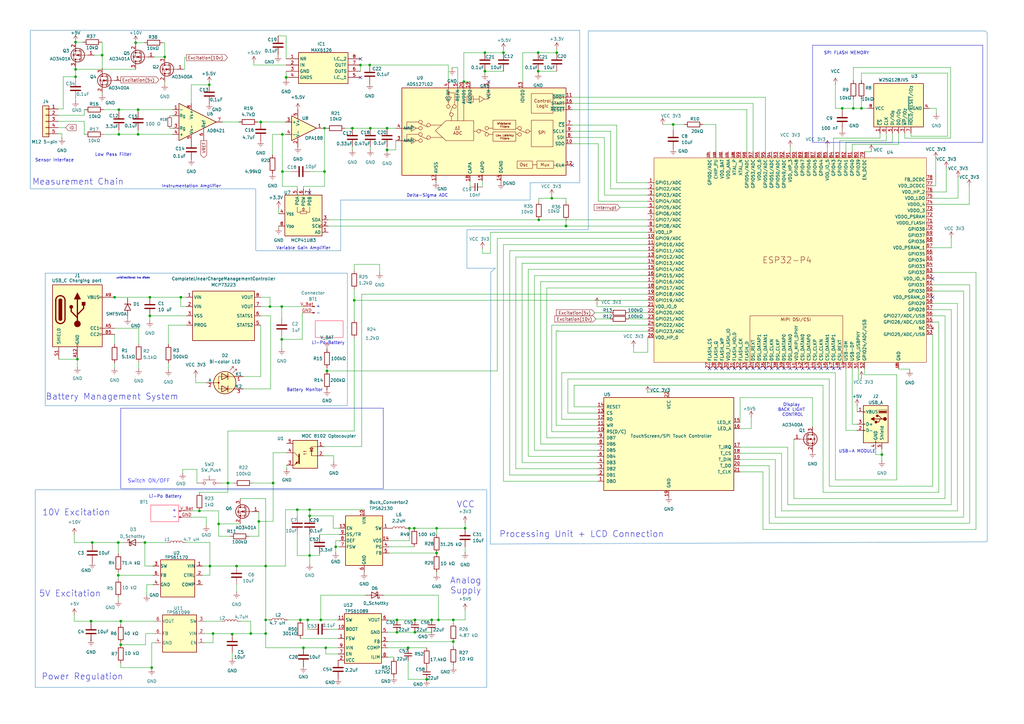
<source format=kicad_sch>
(kicad_sch (version 20250114) (generator "eeschema") (generator_version "9.0")
  (paper "A3")
  (title_block (title "Mobile Force Verification Unit") (date "2025-11-29") (rev "0.6") (company "Innovatest") (comment 1 "Group 02"))
  (rectangle (start 14.478 200.914) (end 199.644 281.94) (stroke (width 0) (color 33 122 182 1)))
  (rectangle (start 18.542 112.014) (end 142.494 166.37) (stroke (width 0) (color 33 122 182 1)))
  (rectangle (start 49.53 167.386) (end 157.226 200.406))
  (rectangle (start 333.248 18.542) (end 403.098 58.42))
  (text "5V Excitation\n" (at 28.702 243.586 0) (effects (font (size 2.54 2.54))))
  (text "10V Excitation" (at 31.242 210.312 0) (effects (font (size 2.54 2.54))))
  (text "-" (at 130.556 128.524 0) (effects (font (size 1.27 1.27))))
  (text "Power Regulation" (at 33.782 277.622 0) (effects (font (size 2.54 2.54))))
  (text "Delta-Sigma ADC" (at 175.26 80.264 0) (effects (font (size 1.27 1.27))))
  (text "-" (at 71.628 212.09 0) (effects (font (size 1.27 1.27))))
  (text "Battery Monitor" (at 124.968 160.02 0) (effects (font (size 1.27 1.27))))
  (text "Processing Unit + LCD Connection \n" (at 239.522 219.202 0) (effects (font (size 2.54 2.54))))
  (text "SPI FLASH MEMORY\n" (at 347.218 21.844 0) (effects (font (size 1.27 1.27))))
  (text "Analog\nSupply\n" (at 191.008 240.284 0) (effects (font (size 2.54 2.54))))
  (text "Battery Management System" (at 45.974 162.814 0) (effects (font (size 2.54 2.54))))
  (text "Sensor Interface" (at 22.352 65.786 0) (effects (font (size 1.27 1.27))))
  (text "VCC\n" (at 191.008 207.01 0) (effects (font (size 2.54 2.54))))
  (text "Variable Gain Amplifier\n" (at 124.46 101.854 0) (effects (font (size 1.27 1.27))))
  (text "+" (at 71.501 209.423 0) (effects (font (size 1.27 1.27))))
  (text "USB-A MODULE\n" (at 351.536 185.166 0) (effects (font (size 1.27 1.27))))
  (text "Instrumentation Amplifier" (at 78.486 76.454 0) (effects (font (size 1.27 1.27))))
  (text "+" (at 130.556 125.73 0) (effects (font (size 1.27 1.27))))
  (text "unidirectional tvs diode" (at 54.61 114.046 0) (effects (font (size 0.762 0.762))))
  (text "Low Pass Filter\n" (at 46.482 63.5 0) (effects (font (size 1.27 1.27))))
  (text "Display \nBACK LIGHT \nCONTROL\n" (at 325.12 168.148 0) (effects (font (size 1.27 1.27))))
  (text "Li-Po Battery\n" (at 67.818 203.708 0) (effects (font (size 1.27 1.27))))
  (text "Li-Po Battery\n" (at 134.62 140.716 0) (effects (font (size 1.27 1.27))))
  (text "Measurement Chain\n" (at 32.004 74.676 0) (effects (font (size 2.54 2.54))))
  (text_box "" (at 61.849 213.995 0) (size 11.43 -6.858) (margins 0.9525 0.9525 0.9525 0.9525) (stroke (width 0) (color 255 18 58 1)) (effects (font (size 1.27 1.27)) (justify left top)))
  (text_box "" (at 129.286 131.572 0) (size 11.43 6.858) (margins 0.9525 0.9525 0.9525 0.9525) (stroke (width 0) (color 255 18 58 1)) (effects (font (size 1.27 1.27)) (justify left top)))
  (junction (at 31.75 147.32))
  (junction (at 151.638 26.67))
  (junction (at 115.824 70.358))
  (junction (at 123.19 254.254))
  (junction (at 151.892 52.578))
  (junction (at 108.966 254.254))
  (junction (at 56.642 55.118))
  (junction (at 158.75 52.578))
  (junction (at 67.564 23.368))
  (junction (at 108.966 232.156))
  (junction (at 124.46 265.684))
  (junction (at 108.966 259.842))
  (junction (at 48.768 44.958))
  (junction (at 126.238 254.254))
  (junction (at 133.096 52.578))
  (junction (at 162.814 259.334))
  (junction (at 37.338 254.762))
  (junction (at 167.894 216.662))
  (junction (at 46.99 121.92))
  (junction (at 121.92 209.042))
  (junction (at 85.852 34.798))
  (junction (at 115.57 125.73))
  (junction (at 170.18 259.334))
  (junction (at 127 211.582))
  (junction (at 93.472 198.12))
  (junction (at 55.626 17.526))
  (junction (at 228.346 21.59))
  (junction (at 170.18 254.254))
  (junction (at 345.44 44.45))
  (junction (at 175.006 278.638))
  (junction (at 232.156 92.71))
  (junction (at 41.91 22.606))
  (junction (at 61.468 129.54))
  (junction (at 49.53 254.762))
  (junction (at 59.436 222.504))
  (junction (at 30.988 17.272))
  (junction (at 56.642 44.958))
  (junction (at 169.926 216.662))
  (junction (at 115.57 139.192))
  (junction (at 185.928 263.144))
  (junction (at 87.376 259.842))
  (junction (at 185.928 254.254))
  (junction (at 106.172 213.868))
  (junction (at 220.726 21.59))
  (junction (at 81.788 209.55))
  (junction (at 86.106 232.156))
  (junction (at 62.23 273.812))
  (junction (at 131.572 254.254))
  (junction (at 198.882 21.59))
  (junction (at 102.87 259.842))
  (junction (at 115.824 55.118))
  (junction (at 162.814 254.254))
  (junction (at 350.012 44.45))
  (junction (at 95.25 260.096))
  (junction (at 167.386 265.684))
  (junction (at 158.75 61.468))
  (junction (at 61.468 121.92))
  (junction (at 198.882 29.21))
  (junction (at 48.514 235.966))
  (junction (at 179.07 216.662))
  (junction (at 276.098 51.054))
  (junction (at 112.014 198.12))
  (junction (at 179.832 254.254))
  (junction (at 30.988 31.496))
  (junction (at 133.096 70.358))
  (junction (at 89.662 214.884))
  (junction (at 190.754 216.662))
  (junction (at 220.726 29.21))
  (junction (at 127 209.042))
  (junction (at 134.112 152.146))
  (junction (at 137.668 224.282))
  (junction (at 353.314 44.45))
  (junction (at 117.348 31.75))
  (junction (at 190.246 33.528))
  (junction (at 127 227.838))
  (junction (at 179.07 226.822))
  (junction (at 144.526 52.578))
  (junction (at 147.828 26.67))
  (junction (at 133.604 265.684))
  (junction (at 106.934 50.038))
  (junction (at 206.502 21.59))
  (junction (at 74.168 121.92))
  (junction (at 37.846 222.504))
  (junction (at 110.744 125.73))
  (junction (at 361.696 186.436))
  (junction (at 97.028 232.156))
  (junction (at 220.98 90.17))
  (junction (at 49.53 264.414))
  (junction (at 145.288 123.19))
  (junction (at 226.314 81.28))
  (junction (at 30.988 28.448))
  (junction (at 48.768 55.118))
  (junction (at 177.038 254.254))
  (junction (at 48.514 222.504))
  (no_connect (at 341.884 151.13))
  (no_connect (at 324.104 151.13))
  (no_connect (at 331.724 151.13))
  (no_connect (at 344.424 151.13))
  (no_connect (at 303.784 151.13))
  (no_connect (at 308.864 151.13))
  (no_connect (at 291.084 151.13))
  (no_connect (at 321.564 151.13))
  (no_connect (at 313.944 151.13))
  (no_connect (at 339.344 151.13))
  (no_connect (at 301.244 151.13))
  (no_connect (at 336.804 151.13))
  (no_connect (at 316.484 151.13))
  (no_connect (at 293.624 151.13))
  (no_connect (at 147.828 31.75))
  (no_connect (at 200.406 33.528))
  (no_connect (at 319.024 151.13))
  (no_connect (at 326.644 151.13))
  (no_connect (at 127 78.994))
  (no_connect (at 147.828 24.13))
  (no_connect (at 311.404 151.13))
  (no_connect (at 329.184 151.13))
  (no_connect (at 296.164 151.13))
  (no_connect (at 234.696 67.818))
  (no_connect (at 306.324 151.13))
  (no_connect (at 382.524 114.3))
  (no_connect (at 334.264 151.13))
  (no_connect (at 382.524 121.92))
  (no_connect (at 298.704 151.13))
  (wire (pts (xy 234.696 51.308) (xy 252.984 51.308)))
  (wire (pts (xy 167.894 216.662) (xy 167.894 221.742)))
  (wire (pts (xy 206.502 29.21) (xy 198.882 29.21)))
  (wire (pts (xy 361.696 186.436) (xy 361.696 188.976)))
  (wire (pts (xy 127.508 258.064) (xy 126.238 258.064)))
  (wire (pts (xy 99.822 154.432) (xy 106.934 154.432)))
  (wire (pts (xy 342.646 44.45) (xy 345.44 44.45)))
  (wire (pts (xy 86.106 232.156) (xy 86.106 222.504)))
  (wire (pts (xy 159.004 263.144) (xy 185.928 263.144)))
  (wire (pts (xy 124.46 76.454) (xy 124.46 77.47)))
  (wire (pts (xy 102.87 259.842) (xy 95.25 259.842)))
  (wire (pts (xy 350.012 44.45) (xy 353.314 44.45)))
  (wire (pts (xy 306.324 44.958) (xy 306.324 62.23)))
  (wire (pts (xy 167.894 216.662) (xy 169.926 216.662)))
  (wire (pts (xy 382.524 78.74) (xy 388.112 78.74)))
  (wire (pts (xy 354.584 153.67) (xy 367.792 153.67)))
  (wire (pts (xy 59.69 264.414) (xy 59.69 259.842)))
  (wire (pts (xy 381.254 44.45) (xy 384.048 44.45)))
  (wire (pts (xy 234.696 53.848) (xy 250.444 53.848)))
  (wire (pts (xy 224.282 118.11) (xy 265.684 118.11)))
  (wire (pts (xy 131.064 219.456) (xy 131.064 219.202)))
  (wire (pts (xy 48.768 53.34) (xy 48.768 55.118)))
  (wire (pts (xy 115.824 55.118) (xy 115.824 70.358)))
  (wire (pts (xy 127 219.202) (xy 127 227.838)))
  (wire (pts (xy 46.99 137.16) (xy 46.99 141.224)))
  (wire (pts (xy 106.934 121.92) (xy 110.744 121.92)))
  (wire (pts (xy 349.504 151.13) (xy 349.504 173.99)))
  (wire (pts (xy 235.458 166.878) (xy 235.458 157.988)))
  (wire (pts (xy 232.156 92.71) (xy 265.684 92.71)))
  (wire (pts (xy 106.934 50.038) (xy 117.094 50.038)))
  (wire (pts (xy 41.91 22.606) (xy 41.91 27.94)))
  (wire (pts (xy 94.996 259.842) (xy 87.376 259.842)))
  (wire (pts (xy 203.962 152.146) (xy 203.962 97.79)))
  (wire (pts (xy 159.512 224.282) (xy 169.926 224.282)))
  (wire (pts (xy 167.386 216.662) (xy 167.894 216.662)))
  (wire (pts (xy 167.386 265.684) (xy 167.386 265.938)))
  (wire (pts (xy 114.3 92.71) (xy 114.3 93.472)))
  (wire (pts (xy 344.424 57.658) (xy 363.474 57.658)))
  (wire (pts (xy 351.536 168.91) (xy 351.536 166.37)))
  (wire (pts (xy 148.336 120.65) (xy 265.684 120.65)))
  (wire (pts (xy 62.738 239.776) (xy 60.198 239.776)))
  (wire (pts (xy 228.854 135.89) (xy 265.684 135.89)))
  (wire (pts (xy 159.004 254.254) (xy 162.814 254.254)))
  (wire (pts (xy 106.172 213.868) (xy 106.172 219.964)))
  (wire (pts (xy 303.53 183.388) (xy 323.088 183.388)))
  (wire (pts (xy 133.096 52.578) (xy 133.096 70.358)))
  (wire (pts (xy 133.096 76.454) (xy 124.46 76.454)))
  (wire (pts (xy 155.702 108.458) (xy 145.288 108.458)))
  (wire (pts (xy 159.512 226.822) (xy 179.07 226.822)))
  (wire (pts (xy 133.604 265.684) (xy 138.684 265.684)))
  (wire (pts (xy 245.11 192.278) (xy 211.582 192.278)))
  (wire (pts (xy 115.57 125.73) (xy 115.57 130.302)))
  (wire (pts (xy 121.92 76.454) (xy 121.92 77.47)))
  (wire (pts (xy 214.376 21.59) (xy 214.376 33.528)))
  (wire (pts (xy 235.458 157.988) (xy 337.566 157.988)))
  (wire (pts (xy 93.472 176.784) (xy 145.288 176.784)))
  (wire (pts (xy 257.81 128.27) (xy 265.684 128.27)))
  (wire (pts (xy 371.094 54.61) (xy 371.094 56.642)))
  (wire (pts (xy 312.928 217.17) (xy 400.304 217.17)))
  (wire (pts (xy 48.514 246.38) (xy 48.514 245.11)))
  (wire (pts (xy 234.696 42.418) (xy 308.864 42.418)))
  (wire (pts (xy 55.626 17.526) (xy 59.182 17.526)))
  (wire (pts (xy 104.14 26.67) (xy 117.348 26.67)))
  (wire (pts (xy 158.75 61.468) (xy 158.75 60.198)))
  (wire (pts (xy 337.566 201.93) (xy 385.064 201.93)))
  (wire (pts (xy 179.07 216.662) (xy 179.07 219.202)))
  (wire (pts (xy 220.98 82.55) (xy 220.98 81.28)))
  (wire (pts (xy 67.564 17.526) (xy 67.564 23.368)))
  (wire (pts (xy 190.754 250.19) (xy 190.754 254.254)))
  (wire (pts (xy 76.454 133.35) (xy 69.088 133.35)))
  (wire (pts (xy 324.104 60.198) (xy 324.104 62.23)))
  (wire (pts (xy 132.842 186.944) (xy 136.906 186.944)))
  (wire (pts (xy 151.638 26.67) (xy 183.896 26.67)))
  (wire (pts (xy 30.988 17.272) (xy 34.036 17.272)))
  (wire (pts (xy 265.684 80.01) (xy 247.904 80.01)))
  (wire (pts (xy 49.53 254.762) (xy 49.53 256.032)))
  (wire (pts (xy 363.474 57.658) (xy 363.474 54.61)))
  (wire (pts (xy 276.098 51.054) (xy 280.67 51.054)))
  (wire (pts (xy 48.768 44.958) (xy 48.768 45.72)))
  (wire (pts (xy 61.468 121.666) (xy 61.468 121.92)))
  (wire (pts (xy 201.168 95.25) (xy 265.684 95.25)))
  (wire (pts (xy 359.156 186.436) (xy 359.156 184.15)))
  (wire (pts (xy 159.512 216.662) (xy 159.766 216.662)))
  (wire (pts (xy 206.502 21.59) (xy 198.882 21.59)))
  (wire (pts (xy 167.894 221.742) (xy 159.512 221.742)))
  (wire (pts (xy 81.788 201.93) (xy 93.472 201.93)))
  (wire (pts (xy 49.53 264.414) (xy 49.53 263.652)))
  (wire (pts (xy 147.828 26.67) (xy 151.638 26.67)))
  (wire (pts (xy 190.754 254.254) (xy 185.928 254.254)))
  (wire (pts (xy 177.038 254.254) (xy 179.832 254.254)))
  (wire (pts (xy 232.156 90.424) (xy 232.156 92.71)))
  (wire (pts (xy 373.126 151.384) (xy 373.126 151.892)))
  (wire (pts (xy 219.202 113.03) (xy 265.684 113.03)))
  (wire (pts (xy 115.57 137.922) (xy 115.57 139.192)))
  (wire (pts (xy 205.486 74.93) (xy 205.486 74.168)))
  (wire (pts (xy 247.904 80.01) (xy 247.904 56.388)))
  (wire (pts (xy 127 209.042) (xy 127 211.582)))
  (wire (pts (xy 162.306 61.468) (xy 162.306 57.658)))
  (wire (pts (xy 131.064 219.202) (xy 139.192 219.202)))
  (wire (pts (xy 112.014 185.674) (xy 112.014 198.12)))
  (wire (pts (xy 392.684 124.46) (xy 392.684 209.55)))
  (wire (pts (xy 81.788 209.55) (xy 89.662 209.55)))
  (wire (pts (xy 211.582 105.41) (xy 211.582 192.278)))
  (wire (pts (xy 117.094 209.042) (xy 121.92 209.042)))
  (wire (pts (xy 41.656 17.272) (xy 41.91 17.272)))
  (wire (pts (xy 106.934 125.73) (xy 110.744 125.73)))
  (wire (pts (xy 190.246 21.59) (xy 190.246 33.528)))
  (wire (pts (xy 149.86 244.094) (xy 131.572 244.094)))
  (wire (pts (xy 216.662 187.198) (xy 245.11 187.198)))
  (wire (pts (xy 395.224 119.38) (xy 395.224 212.09)))
  (wire (pts (xy 341.884 62.23) (xy 341.884 56.642)))
  (wire (pts (xy 56.642 55.118) (xy 70.866 55.118)))
  (wire (pts (xy 190.246 33.528) (xy 192.786 33.528)))
  (wire (pts (xy 367.792 196.85) (xy 367.792 153.67)))
  (wire (pts (xy 185.42 28.194) (xy 185.42 27.686)))
  (wire (pts (xy 274.32 160.782) (xy 265.684 160.782)))
  (wire (pts (xy 349.504 59.182) (xy 368.554 59.182)))
  (wire (pts (xy 52.324 130.556) (xy 52.324 129.794)))
  (wire (pts (xy 167.386 271.018) (xy 167.386 278.638)))
  (wire (pts (xy 139.192 216.662) (xy 136.652 216.662)))
  (wire (pts (xy 63.5 263.652) (xy 62.23 263.652)))
  (wire (pts (xy 387.604 129.54) (xy 387.604 204.47)))
  (wire (pts (xy 382.524 81.28) (xy 392.938 81.28)))
  (wire (pts (xy 354.584 62.23) (xy 357.378 62.23)))
  (wire (pts (xy 228.092 174.498) (xy 245.11 174.498)))
  (wire (pts (xy 75.692 28.448) (xy 75.184 28.448)))
  (wire (pts (xy 228.092 135.636) (xy 228.092 174.498)))
  (wire (pts (xy 139.192 221.742) (xy 137.668 221.742)))
  (wire (pts (xy 206.502 100.33) (xy 265.684 100.33)))
  (wire (pts (xy 151.892 52.578) (xy 158.75 52.578)))
  (wire (pts (xy 90.932 198.12) (xy 93.472 198.12)))
  (wire (pts (xy 131.572 254.254) (xy 138.684 254.254)))
  (wire (pts (xy 112.014 185.674) (xy 117.602 185.674)))
  (wire (pts (xy 209.042 102.87) (xy 265.684 102.87)))
  (wire (pts (xy 46.99 121.92) (xy 61.468 121.92)))
  (wire (pts (xy 388.112 68.834) (xy 388.112 78.74)))
  (wire (pts (xy 360.934 56.642) (xy 360.934 54.61)))
  (wire (pts (xy 345.44 44.45) (xy 350.012 44.45)))
  (wire (pts (xy 368.554 151.384) (xy 368.554 151.13)))
  (wire (pts (xy 346.964 176.53) (xy 351.536 176.53)))
  (wire (pts (xy 121.92 227.838) (xy 127 227.838)))
  (wire (pts (xy 250.19 128.27) (xy 243.84 128.27)))
  (wire (pts (xy 245.11 169.418) (xy 232.918 169.418)))
  (wire (pts (xy 293.624 51.054) (xy 293.624 62.23)))
  (wire (pts (xy 197.866 74.168) (xy 197.866 76.708)))
  (wire (pts (xy 371.094 56.642) (xy 389.89 56.642)))
  (wire (pts (xy 108.966 204.47) (xy 108.966 232.156)))
  (wire (pts (xy 344.424 62.23) (xy 344.424 57.658)))
  (wire (pts (xy 56.896 134.62) (xy 56.896 140.97)))
  (wire (pts (xy 108.966 265.684) (xy 124.46 265.684)))
  (wire (pts (xy 149.352 234.442) (xy 149.352 234.95)))
  (wire (pts (xy 127 227.838) (xy 131.064 227.838)))
  (wire (pts (xy 86.106 232.156) (xy 83.058 232.156)))
  (wire (pts (xy 89.662 214.884) (xy 98.552 214.884)))
  (wire (pts (xy 41.91 38.1) (xy 41.91 38.862)))
  (wire (pts (xy 179.07 234.696) (xy 179.07 235.458)))
  (wire (pts (xy 221.742 115.57) (xy 221.742 182.118)))
  (wire (pts (xy 141.478 52.578) (xy 144.526 52.578)))
  (wire (pts (xy 56.642 44.958) (xy 70.866 44.958)))
  (wire (pts (xy 382.524 76.2) (xy 383.794 76.2)))
  (wire (pts (xy 185.928 263.144) (xy 185.928 265.176)))
  (wire (pts (xy 111.76 55.118) (xy 111.76 63.5)))
  (wire (pts (xy 133.604 268.224) (xy 138.684 268.224)))
  (wire (pts (xy 115.824 70.358) (xy 119.634 70.358)))
  (wire (pts (xy 400.304 111.76) (xy 400.304 217.17)))
  (wire (pts (xy 265.684 82.55) (xy 245.364 82.55)))
  (wire (pts (xy 392.938 81.28) (xy 392.938 72.644)))
  (wire (pts (xy 30.48 222.504) (xy 30.48 219.202)))
  (wire (pts (xy 167.386 278.638) (xy 175.006 278.638)))
  (wire (pts (xy 187.706 27.686) (xy 187.706 33.528)))
  (wire (pts (xy 60.198 239.776) (xy 60.198 244.094)))
  (wire (pts (xy 115.824 55.118) (xy 111.76 55.118)))
  (wire (pts (xy 80.772 192.532) (xy 80.772 198.12)))
  (wire (pts (xy 69.088 148.844) (xy 69.088 151.638)))
  (wire (pts (xy 308.864 62.23) (xy 308.864 42.418)))
  (wire (pts (xy 59.69 264.414) (xy 49.53 264.414)))
  (wire (pts (xy 80.772 192.532) (xy 74.93 192.532)))
  (wire (pts (xy 361.696 186.436) (xy 359.156 186.436)))
  (wire (pts (xy 115.824 76.454) (xy 115.824 70.358)))
  (wire (pts (xy 78.486 34.798) (xy 78.486 42.418)))
  (wire (pts (xy 342.646 34.544) (xy 342.646 44.45)))
  (wire (pts (xy 124.46 265.684) (xy 133.604 265.684)))
  (wire (pts (xy 127 78.994) (xy 127 77.47)))
  (wire (pts (xy 288.29 51.054) (xy 293.624 51.054)))
  (wire (pts (xy 315.468 191.008) (xy 315.468 214.63)))
  (wire (pts (xy 56.642 44.704) (xy 56.896 44.704)))
  (wire (pts (xy 232.156 82.804) (xy 232.156 81.28)))
  (wire (pts (xy 382.524 137.16) (xy 382.524 199.39)))
  (wire (pts (xy 131.064 227.076) (xy 131.064 227.838)))
  (wire (pts (xy 228.346 21.59) (xy 220.726 21.59)))
  (wire (pts (xy 31.75 147.32) (xy 31.75 150.622)))
  (wire (pts (xy 397.764 116.84) (xy 397.764 214.63)))
  (wire (pts (xy 123.952 128.27) (xy 123.952 139.192)))
  (wire (pts (xy 158.75 52.578) (xy 162.306 52.578)))
  (wire (pts (xy 87.376 259.842) (xy 83.82 259.842)))
  (wire (pts (xy 318.008 212.09) (xy 395.224 212.09)))
  (wire (pts (xy 303.53 188.468) (xy 318.008 188.468)))
  (wire (pts (xy 169.926 216.662) (xy 179.07 216.662)))
  (wire (pts (xy 368.554 54.61) (xy 368.554 59.182)))
  (wire (pts (xy 170.18 254.254) (xy 177.038 254.254)))
  (wire (pts (xy 34.544 55.118) (xy 34.798 55.118)))
  (wire (pts (xy 313.944 62.23) (xy 313.944 39.878)))
  (wire (pts (xy 265.684 160.782) (xy 265.684 161.036)))
  (wire (pts (xy 162.814 254.254) (xy 170.18 254.254)))
  (wire (pts (xy 224.282 118.11) (xy 224.282 179.578)))
  (wire (pts (xy 110.998 129.54) (xy 110.998 159.512)))
  (wire (pts (xy 103.632 198.12) (xy 112.014 198.12)))
  (wire (pts (xy 155.702 111.76) (xy 155.702 108.458)))
  (wire (pts (xy 257.81 130.81) (xy 265.684 130.81)))
  (wire (pts (xy 106.934 133.35) (xy 106.934 154.432)))
  (wire (pts (xy 250.444 53.848) (xy 250.444 77.47)))
  (wire (pts (xy 303.53 193.548) (xy 312.928 193.548)))
  (wire (pts (xy 206.502 20.32) (xy 206.502 21.59)))
  (wire (pts (xy 366.014 58.42) (xy 366.014 54.61)))
  (wire (pts (xy 148.336 183.134) (xy 148.336 120.65)))
  (wire (pts (xy 342.646 152.908) (xy 342.646 196.85)))
  (wire (pts (xy 108.966 232.156) (xy 117.094 232.156)))
  (wire (pts (xy 349.504 62.23) (xy 349.504 59.182)))
  (wire (pts (xy 30.48 254.762) (xy 30.48 252.222)))
  (wire (pts (xy 117.602 192.278) (xy 117.602 190.754)))
  (wire (pts (xy 226.314 81.28) (xy 220.98 81.28)))
  (wire (pts (xy 228.854 135.636) (xy 228.854 135.89)))
  (wire (pts (xy 37.846 223.012) (xy 37.846 222.504)))
  (wire (pts (xy 230.378 171.958) (xy 230.378 152.908)))
  (wire (pts (xy 137.668 224.282) (xy 137.668 226.568)))
  (wire (pts (xy 228.346 20.066) (xy 228.346 21.59)))
  (wire (pts (xy 389.89 56.642) (xy 389.89 27.686)))
  (wire (pts (xy 23.876 52.324) (xy 26.924 52.324)))
  (wire (pts (xy 265.684 138.43) (xy 265.684 144.526)))
  (wire (pts (xy 226.314 80.264) (xy 226.314 81.28)))
  (wire (pts (xy 373.634 55.88) (xy 373.634 54.61)))
  (wire (pts (xy 127 227.838) (xy 127 231.394)))
  (wire (pts (xy 127 211.582) (xy 136.652 211.582)))
  (wire (pts (xy 30.988 17.018) (xy 30.988 17.272)))
  (wire (pts (xy 62.23 263.652) (xy 62.23 273.812)))
  (wire (pts (xy 102.87 254.762) (xy 98.552 254.762)))
  (wire (pts (xy 98.552 204.47) (xy 108.966 204.47)))
  (wire (pts (xy 221.742 182.118) (xy 245.11 182.118)))
  (wire (pts (xy 274.32 160.528) (xy 274.32 160.782)))
  (wire (pts (xy 37.338 254.762) (xy 49.53 254.762)))
  (wire (pts (xy 89.662 209.55) (xy 89.662 214.884)))
  (wire (pts (xy 115.57 125.73) (xy 123.952 125.73)))
  (wire (pts (xy 382.524 101.6) (xy 390.144 101.6)))
  (wire (pts (xy 339.344 60.198) (xy 339.344 62.23)))
  (wire (pts (xy 55.626 17.526) (xy 55.626 18.288)))
  (wire (pts (xy 373.126 151.384) (xy 368.554 151.384)))
  (wire (pts (xy 74.93 192.532) (xy 74.93 194.056)))
  (wire (pts (xy 126.238 254.254) (xy 126.238 258.064)))
  (wire (pts (xy 34.544 44.958) (xy 34.544 47.244)))
  (wire (pts (xy 245.11 177.038) (xy 226.314 177.038)))
  (wire (pts (xy 353.314 40.64) (xy 353.314 44.45)))
  (wire (pts (xy 48.768 55.118) (xy 56.642 55.118)))
  (wire (pts (xy 34.544 49.784) (xy 23.876 49.784)))
  (wire (pts (xy 69.596 47.498) (xy 70.866 47.498)))
  (wire (pts (xy 175.006 273.304) (xy 175.006 273.558)))
  (wire (pts (xy 139.192 224.282) (xy 137.668 224.282)))
  (wire (pts (xy 245.11 171.958) (xy 230.378 171.958)))
  (wire (pts (xy 250.444 77.47) (xy 265.684 77.47)))
  (wire (pts (xy 221.742 115.57) (xy 265.684 115.57)))
  (wire (pts (xy 337.566 157.988) (xy 337.566 201.93)))
  (wire (pts (xy 37.338 262.382) (xy 37.338 262.89)))
  (wire (pts (xy 345.44 45.212) (xy 345.44 44.45)))
  (wire (pts (xy 353.314 33.02) (xy 353.314 29.972)))
  (wire (pts (xy 382.524 83.82) (xy 397.51 83.82)))
  (wire (pts (xy 137.668 221.742) (xy 137.668 224.282)))
  (wire (pts (xy 244.348 130.81) (xy 250.19 130.81)))
  (wire (pts (xy 145.288 138.684) (xy 145.288 176.784)))
  (wire (pts (xy 30.988 40.132) (xy 30.988 41.402)))
  (wire (pts (xy 117.094 55.118) (xy 115.824 55.118)))
  (wire (pts (xy 69.088 133.35) (xy 69.088 141.224)))
  (wire (pts (xy 25.908 31.496) (xy 25.908 44.704)))
  (wire (pts (xy 41.91 17.272) (xy 41.91 22.606)))
  (wire (pts (xy 151.892 60.198) (xy 151.892 61.468)))
  (wire (pts (xy 245.11 166.878) (xy 235.458 166.878)))
  (wire (pts (xy 303.53 191.008) (xy 315.468 191.008)))
  (wire (pts (xy 178.816 74.676) (xy 178.816 74.168)))
  (wire (pts (xy 123.19 254.254) (xy 126.238 254.254)))
  (wire (pts (xy 98.552 204.724) (xy 98.552 204.47)))
  (wire (pts (xy 340.106 199.39) (xy 382.524 199.39)))
  (wire (pts (xy 136.652 216.662) (xy 136.652 211.582)))
  (wire (pts (xy 192.786 74.422) (xy 192.786 76.708)))
  (wire (pts (xy 50.546 222.504) (xy 48.514 222.504)))
  (wire (pts (xy 220.726 29.972) (xy 220.726 29.21)))
  (wire (pts (xy 135.128 258.064) (xy 138.684 258.064)))
  (wire (pts (xy 86.106 232.156) (xy 86.106 235.966)))
  (wire (pts (xy 42.418 55.118) (xy 48.768 55.118)))
  (wire (pts (xy 49.53 272.034) (xy 49.53 273.812)))
  (wire (pts (xy 234.696 58.928) (xy 245.364 58.928)))
  (wire (pts (xy 320.548 209.55) (xy 392.684 209.55)))
  (wire (pts (xy 206.502 100.33) (xy 206.502 197.358)))
  (wire (pts (xy 75.692 23.622) (xy 75.692 28.448)))
  (wire (pts (xy 234.696 44.958) (xy 306.324 44.958)))
  (wire (pts (xy 62.23 274.32) (xy 62.23 273.812)))
  (wire (pts (xy 185.928 254.254) (xy 185.928 255.524)))
  (wire (pts (xy 232.918 169.418) (xy 232.918 155.448)))
  (wire (pts (xy 323.088 183.388) (xy 323.088 207.01)))
  (wire (pts (xy 136.906 186.944) (xy 136.906 189.484)))
  (wire (pts (xy 244.856 125.73) (xy 244.856 124.714)))
  (wire (pts (xy 226.314 133.35) (xy 265.684 133.35)))
  (wire (pts (xy 308.102 175.768) (xy 308.102 171.196)))
  (wire (pts (xy 87.376 263.652) (xy 83.82 263.652)))
  (wire (pts (xy 254.254 85.09) (xy 265.684 85.09)))
  (wire (pts (xy 145.288 118.618) (xy 145.288 123.19)))
  (wire (pts (xy 25.908 31.496) (xy 30.988 31.496)))
  (wire (pts (xy 179.07 227.076) (xy 179.07 226.822)))
  (wire (pts (xy 159.004 259.334) (xy 162.814 259.334)))
  (wire (pts (xy 167.386 265.684) (xy 175.006 265.684)))
  (wire (pts (xy 110.744 121.92) (xy 110.744 125.73)))
  (wire (pts (xy 30.988 17.272) (xy 30.988 17.526)))
  (wire (pts (xy 114.046 22.86) (xy 114.046 22.352)))
  (wire (pts (xy 145.288 123.19) (xy 265.684 123.19)))
  (wire (pts (xy 112.014 198.12) (xy 112.014 213.868)))
  (wire (pts (xy 80.264 154.432) (xy 80.264 156.972)))
  (wire (pts (xy 392.684 124.46) (xy 382.524 124.46)))
  (wire (pts (xy 352.044 155.448) (xy 353.314 155.448)))
  (wire (pts (xy 48.514 222.504) (xy 37.846 222.504)))
  (wire (pts (xy 89.662 219.964) (xy 94.488 219.964)))
  (wire (pts (xy 117.348 31.75) (xy 117.348 29.21)))
  (wire (pts (xy 384.048 44.45) (xy 384.048 46.482)))
  (wire (pts (xy 234.696 56.388) (xy 247.904 56.388)))
  (wire (pts (xy 91.186 50.038) (xy 98.044 50.038)))
  (wire (pts (xy 97.028 232.156) (xy 86.106 232.156)))
  (wire (pts (xy 56.642 53.34) (xy 56.642 55.118)))
  (wire (pts (xy 80.264 156.972) (xy 84.582 156.972)))
  (wire (pts (xy 95.25 260.096) (xy 94.996 260.096)))
  (wire (pts (xy 259.842 142.24) (xy 259.842 144.526)))
  (wire (pts (xy 214.122 107.95) (xy 265.684 107.95)))
  (wire (pts (xy 25.4 54.864) (xy 25.4 56.642)))
  (wire (pts (xy 216.662 110.49) (xy 265.684 110.49)))
  (wire (pts (xy 114.3 85.09) (xy 114.3 87.63)))
  (wire (pts (xy 346.964 151.13) (xy 346.964 176.53)))
  (wire (pts (xy 85.852 34.798) (xy 85.852 34.036)))
  (wire (pts (xy 94.996 260.096) (xy 94.996 259.842)))
  (wire (pts (xy 201.168 103.886) (xy 201.168 95.25)))
  (wire (pts (xy 209.042 102.87) (xy 209.042 194.818)))
  (wire (pts (xy 86.106 222.504) (xy 76.2 222.504)))
  (wire (pts (xy 63.246 23.368) (xy 67.564 23.368)))
  (wire (pts (xy 318.008 188.468) (xy 318.008 212.09)))
  (wire (pts (xy 61.468 129.54) (xy 76.454 129.54)))
  (wire (pts (xy 127 209.042) (xy 149.352 209.042)))
  (wire (pts (xy 46.99 148.844) (xy 46.99 150.876)))
  (wire (pts (xy 108.966 254.254) (xy 108.966 259.842)))
  (wire (pts (xy 349.504 173.99) (xy 351.536 173.99)))
  (wire (pts (xy 106.934 129.54) (xy 110.998 129.54)))
  (wire (pts (xy 48.514 235.966) (xy 48.514 237.49)))
  (wire (pts (xy 24.13 147.32) (xy 31.75 147.32)))
  (wire (pts (xy 179.832 254.254) (xy 185.928 254.254)))
  (wire (pts (xy 117.856 254.254) (xy 123.19 254.254)))
  (wire (pts (xy 127.254 70.358) (xy 133.096 70.358)))
  (wire (pts (xy 158.75 61.468) (xy 162.306 61.468)))
  (wire (pts (xy 323.088 207.01) (xy 390.144 207.01)))
  (wire (pts (xy 303.53 163.068) (xy 333.248 163.068)))
  (wire (pts (xy 382.524 111.76) (xy 400.304 111.76)))
  (wire (pts (xy 197.866 103.886) (xy 197.866 101.854)))
  (wire (pts (xy 37.338 254.762) (xy 37.338 255.27)))
  (wire (pts (xy 102.87 259.842) (xy 108.966 259.842)))
  (wire (pts (xy 341.884 56.642) (xy 360.934 56.642)))
  (wire (pts (xy 132.842 183.134) (xy 148.336 183.134)))
  (wire (pts (xy 320.548 185.928) (xy 320.548 209.55)))
  (wire (pts (xy 214.122 107.95) (xy 214.122 189.738)))
  (wire (pts (xy 134.112 150.876) (xy 134.112 152.146)))
  (wire (pts (xy 34.544 44.958) (xy 34.798 44.958)))
  (wire (pts (xy 108.966 232.156) (xy 108.966 254.254)))
  (wire (pts (xy 228.092 135.636) (xy 228.854 135.636)))
  (wire (pts (xy 117.094 209.042) (xy 117.094 232.156)))
  (wire (pts (xy 245.364 82.55) (xy 245.364 58.928)))
  (wire (pts (xy 252.984 74.93) (xy 265.684 74.93)))
  (wire (pts (xy 183.896 26.67) (xy 183.896 33.528)))
  (wire (pts (xy 385.064 132.08) (xy 385.064 201.93)))
  (wire (pts (xy 220.98 90.17) (xy 265.684 90.17)))
  (wire (pts (xy 86.106 235.966) (xy 83.058 235.966)))
  (wire (pts (xy 382.524 119.38) (xy 395.224 119.38)))
  (wire (pts (xy 232.156 81.28) (xy 226.314 81.28)))
  (wire (pts (xy 190.754 224.282) (xy 190.754 226.568)))
  (wire (pts (xy 357.378 62.23) (xy 357.378 61.976)))
  (wire (pts (xy 190.246 21.59) (xy 198.882 21.59)))
  (wire (pts (xy 252.984 51.308) (xy 252.984 74.93)))
  (wire (pts (xy 61.468 129.54) (xy 61.468 131.572)))
  (wire (pts (xy 56.896 148.59) (xy 56.896 151.13)))
  (wire (pts (xy 134.62 90.17) (xy 220.98 90.17)))
  (wire (pts (xy 106.172 219.964) (xy 102.108 219.964)))
  (wire (pts (xy 353.314 29.972) (xy 388.62 29.972)))
  (wire (pts (xy 121.92 76.454) (xy 115.824 76.454)))
  (wire (pts (xy 59.436 222.504) (xy 58.166 222.504)))
  (wire (pts (xy 123.19 261.874) (xy 138.684 261.874)))
  (wire (pts (xy 93.472 198.12) (xy 93.472 201.93)))
  (wire (pts (xy 179.07 216.662) (xy 190.754 216.662)))
  (wire (pts (xy 312.928 193.548) (xy 312.928 217.17)))
  (wire (pts (xy 68.58 222.504) (xy 59.436 222.504)))
  (wire (pts (xy 56.642 44.704) (xy 56.642 44.958)))
  (wire (pts (xy 211.582 105.41) (xy 265.684 105.41)))
  (wire (pts (xy 133.096 70.358) (xy 133.096 76.454)))
  (wire (pts (xy 30.988 28.448) (xy 30.988 31.496)))
  (wire (pts (xy 216.662 110.49) (xy 216.662 187.198)))
  (wire (pts (xy 74.168 121.92) (xy 76.454 121.92)))
  (wire (pts (xy 117.348 14.732) (xy 117.348 24.13)))
  (wire (pts (xy 134.112 152.146) (xy 203.962 152.146)))
  (wire (pts (xy 315.468 214.63) (xy 397.764 214.63)))
  (wire (pts (xy 74.168 125.73) (xy 74.168 121.92)))
  (wire (pts (xy 59.436 232.156) (xy 62.738 232.156)))
  (wire (pts (xy 245.11 194.818) (xy 209.042 194.818)))
  (wire (pts (xy 133.604 268.224) (xy 133.604 265.684)))
  (wire (pts (xy 25.908 44.704) (xy 23.876 44.704)))
  (wire (pts (xy 95.25 259.842) (xy 95.25 260.096)))
  (wire (pts (xy 62.738 235.966) (xy 48.514 235.966)))
  (wire (pts (xy 390.144 127) (xy 390.144 207.01)))
  (wire (pts (xy 97.028 242.824) (xy 97.028 239.776)))
  (wire (pts (xy 390.144 127) (xy 382.524 127)))
  (wire (pts (xy 350.012 40.64) (xy 350.012 44.45)))
  (wire (pts (xy 353.314 154.94) (xy 353.314 155.448)))
  (wire (pts (xy 46.736 121.92) (xy 46.99 121.92)))
  (wire (pts (xy 30.988 28.448) (xy 55.626 28.448)))
  (wire (pts (xy 345.44 53.34) (xy 345.44 52.832)))
  (wire (pts (xy 23.876 54.864) (xy 25.4 54.864)))
  (wire (pts (xy 214.376 21.59) (xy 220.726 21.59)))
  (wire (pts (xy 38.608 22.606) (xy 41.91 22.606)))
  (wire (pts (xy 388.62 29.972) (xy 388.62 55.88)))
  (wire (pts (xy 67.564 33.528) (xy 67.564 34.544)))
  (wire (pts (xy 59.436 222.504) (xy 59.436 232.156)))
  (wire (pts (xy 354.584 151.13) (xy 354.584 153.67)))
  (wire (pts (xy 110.744 125.73) (xy 115.57 125.73)))
  (wire (pts (xy 383.794 65.024) (xy 383.794 76.2)))
  (wire (pts (xy 93.472 198.12) (xy 96.012 198.12)))
  (wire (pts (xy 134.112 143.002) (xy 134.112 143.256)))
  (wire (pts (xy 144.526 52.578) (xy 151.892 52.578)))
  (wire (pts (xy 147.828 26.67) (xy 147.828 29.21)))
  (wire (pts (xy 121.92 219.202) (xy 121.92 227.838)))
  (wire (pts (xy 37.846 222.504) (xy 30.48 222.504)))
  (wire (pts (xy 161.544 269.494) (xy 159.004 269.494)))
  (wire (pts (xy 49.53 273.812) (xy 62.23 273.812)))
  (wire (pts (xy 158.75 61.976) (xy 158.75 61.468)))
  (wire (pts (xy 30.988 32.512) (xy 30.988 31.496)))
  (wire (pts (xy 175.006 278.638) (xy 175.006 278.892)))
  (wire (pts (xy 185.42 27.686) (xy 187.706 27.686)))
  (wire (pts (xy 115.57 139.192) (xy 115.57 143.002)))
  (wire (pts (xy 121.92 209.042) (xy 127 209.042)))
  (wire (pts (xy 185.928 273.558) (xy 185.928 272.796)))
  (wire (pts (xy 303.53 185.928) (xy 320.548 185.928)))
  (wire (pts (xy 382.524 132.08) (xy 385.064 132.08)))
  (wire (pts (xy 325.628 180.086) (xy 325.628 204.47)))
  (wire (pts (xy 74.168 125.73) (xy 76.454 125.73)))
  (wire (pts (xy 145.288 123.19) (xy 145.288 131.064)))
  (wire (pts (xy 276.098 51.054) (xy 276.098 53.34)))
  (wire (pts (xy 34.544 55.118) (xy 34.544 49.784)))
  (wire (pts (xy 87.376 259.842) (xy 87.376 263.652)))
  (wire (pts (xy 203.962 97.79) (xy 265.684 97.79)))
  (wire (pts (xy 245.11 197.358) (xy 206.502 197.358)))
  (wire (pts (xy 30.48 254.762) (xy 37.338 254.762)))
  (wire (pts (xy 95.25 267.716) (xy 95.25 270.002)))
  (wire (pts (xy 34.544 47.244) (xy 23.876 47.244)))
  (wire (pts (xy 48.768 44.958) (xy 56.642 44.958)))
  (wire (pts (xy 387.604 129.54) (xy 382.524 129.54)))
  (wire (pts (xy 350.012 33.02) (xy 350.012 27.686)))
  (wire (pts (xy 49.53 254.762) (xy 63.5 254.762)))
  (wire (pts (xy 114.046 14.732) (xy 117.348 14.732)))
  (wire (pts (xy 232.918 155.448) (xy 340.106 155.448)))
  (wire (pts (xy 145.288 108.458) (xy 145.288 110.998)))
  (wire (pts (xy 228.346 21.59) (xy 228.346 21.844)))
  (wire (pts (xy 162.814 259.334) (xy 170.18 259.334)))
  (wire (pts (xy 66.802 17.526) (xy 67.564 17.526)))
  (wire (pts (xy 61.468 121.92) (xy 74.168 121.92)))
  (wire (pts (xy 219.202 184.658) (xy 245.11 184.658)))
  (wire (pts (xy 350.012 27.686) (xy 389.89 27.686)))
  (wire (pts (xy 271.78 51.054) (xy 276.098 51.054)))
  (wire (pts (xy 30.988 27.686) (xy 30.988 28.448)))
  (wire (pts (xy 131.572 244.094) (xy 131.572 254.254)))
  (wire (pts (xy 346.964 62.23) (xy 346.964 58.42)))
  (wire (pts (xy 361.696 186.436) (xy 361.696 184.15)))
  (wire (pts (xy 179.832 244.094) (xy 179.832 254.254)))
  (wire (pts (xy 108.966 259.842) (xy 108.966 265.684)))
  (wire (pts (xy 108.966 232.156) (xy 97.028 232.156)))
  (wire (pts (xy 121.92 209.042) (xy 121.92 211.582)))
  (wire (pts (xy 56.642 44.958) (xy 56.642 45.72)))
  (wire (pts (xy 325.628 204.47) (xy 387.604 204.47)))
  (wire (pts (xy 170.18 259.334) (xy 177.038 259.334)))
  (wire (pts (xy 78.486 212.09) (xy 84.582 212.09)))
  (wire (pts (xy 397.51 76.2) (xy 397.51 83.82)))
  (wire (pts (xy 46.99 134.62) (xy 56.896 134.62)))
  (wire (pts (xy 102.87 254.762) (xy 102.87 259.842)))
  (wire (pts (xy 198.882 30.226) (xy 198.882 29.21)))
  (wire (pts (xy 224.282 179.578) (xy 245.11 179.578)))
  (wire (pts (xy 388.62 55.88) (xy 373.634 55.88)))
  (wire (pts (xy 133.096 52.578) (xy 133.858 52.578)))
  (wire (pts (xy 234.696 39.878) (xy 313.944 39.878)))
  (wire (pts (xy 104.14 25.654) (xy 104.14 26.67)))
  (wire (pts (xy 190.754 216.662) (xy 190.754 214.376)))
  (wire (pts (xy 69.596 52.578) (xy 70.866 52.578)))
  (wire (pts (xy 352.044 151.13) (xy 352.044 155.448)))
  (wire (pts (xy 108.966 254.254) (xy 110.236 254.254)))
  (wire (pts (xy 55.626 17.272) (xy 55.626 17.526)))
  (wire (pts (xy 230.378 152.908) (xy 342.646 152.908)))
  (wire (pts (xy 346.964 58.42) (xy 366.014 58.42)))
  (wire (pts (xy 134.62 92.71) (xy 232.156 92.71)))
  (wire (pts (xy 42.418 44.958) (xy 48.768 44.958)))
  (wire (pts (xy 259.842 144.526) (xy 265.684 144.526)))
  (wire (pts (xy 228.346 29.21) (xy 220.726 29.21)))
  (wire (pts (xy 390.144 97.536) (xy 390.144 101.6)))
  (wire (pts (xy 201.168 103.886) (xy 197.866 103.886)))
  (wire (pts (xy 48.514 234.696) (xy 48.514 235.966)))
  (wire (pts (xy 157.48 244.094) (xy 179.832 244.094)))
  (wire (pts (xy 340.106 155.448) (xy 340.106 199.39)))
  (wire (pts (xy 78.486 209.55) (xy 81.788 209.55)))
  (wire (pts (xy 89.662 214.884) (xy 89.662 219.964)))
  (wire (pts (xy 59.69 259.842) (xy 63.5 259.842)))
  (wire (pts (xy 90.932 254.762) (xy 83.82 254.762)))
  (wire (pts (xy 85.852 34.798) (xy 78.486 34.798)))
  (wire (pts (xy 342.646 196.85) (xy 367.792 196.85)))
  (wire (pts (xy 382.524 116.84) (xy 397.764 116.84)))
  (wire (pts (xy 99.822 159.512) (xy 110.998 159.512)))
  (wire (pts (xy 106.172 209.804) (xy 106.172 213.868)))
  (wire (pts (xy 353.314 44.45) (xy 355.854 44.45)))
  (wire (pts (xy 226.314 177.038) (xy 226.314 133.35)))
  (wire (pts (xy 219.202 113.03) (xy 219.202 184.658)))
  (wire (pts (xy 303.53 163.068) (xy 303.53 173.228)))
  (wire (pts (xy 106.172 213.868) (xy 112.014 213.868)))
  (wire (pts (xy 244.856 125.73) (xy 265.684 125.73)))
  (wire (pts (xy 159.004 265.684) (xy 167.386 265.684)))
  (wire (pts (xy 48.514 222.504) (xy 48.514 227.076)))
  (wire (pts (xy 214.122 189.738) (xy 245.11 189.738)))
  (wire (pts (xy 75.692 23.622) (xy 76.454 23.622)))
  (wire (pts (xy 303.53 175.768) (xy 308.102 175.768)))
  (wire (pts (xy 161.544 270.002) (xy 161.544 269.494)))
  (wire (pts (xy 93.472 197.866) (xy 93.472 176.784)))
  (wire (pts (xy 144.526 61.468) (xy 144.526 60.198)))
  (wire (pts (xy 49.53 33.02) (xy 49.53 32.766)))
  (wire (pts (xy 126.238 254.254) (xy 131.572 254.254)))
  (wire (pts (xy 84.582 212.09) (xy 84.582 215.646)))
  (wire (pts (xy 61.468 121.92) (xy 61.468 122.428)))
  (wire (pts (xy 132.334 52.578) (xy 133.096 52.578)))
  (wire (pts (xy 105.664 50.038) (xy 106.934 50.038)))
  (wire (pts (xy 117.348 32.512) (xy 117.348 31.75)))
  (wire (pts (xy 123.952 139.192) (xy 115.57 139.192)))
  (wire (pts (xy 333.248 163.068) (xy 333.248 175.006)))
  (label "Switch ON{slash}OFF" (at 52.324 198.374 0) (effects (font (size 1.5 1.5))))
  (global_label "Interrupt" (shape input) (at 254.254 85.09 180) (property "Intersheetrefs" "${INTERSHEET_REFS}" (effects (hide yes))))
  (global_label "Excitation(5v)" (shape output) (at 49.53 32.766 0) (property "Intersheetrefs" "${INTERSHEET_REFS}" (effects (hide yes))))
  (global_label "Excitation(10v)" (shape input) (at 244.348 130.81 180) (property "Intersheetrefs" "${INTERSHEET_REFS}" (effects (hide yes))))
  (global_label "Excitation(5v)" (shape input) (at 243.84 128.27 180) (property "Intersheetrefs" "${INTERSHEET_REFS}" (effects (hide yes))))
  (global_label "ID" (shape input) (at 26.924 52.324 0) (property "Intersheetrefs" "${INTERSHEET_REFS}" (effects (hide yes))))
  (global_label "VREF" (shape output) (at 83.566 57.658 270) (property "Intersheetrefs" "${INTERSHEET_REFS}" (effects (hide yes))))
  (global_label "Excitation(10v)" (shape output) (at 76.454 23.622 0) (property "Intersheetrefs" "${INTERSHEET_REFS}" (effects (hide yes))))
  (rule_area (polyline (pts (xy 201.041 223.139) (xy 404.622 222.25) (xy 404.876 221.996) (xy 404.876 13.462) (xy 404.114 12.7) (xy 241.3 12.7) (xy 241.3 94.234) (xy 191.516 94.234) (xy 191.516 109.982) (xy 203.2 109.982) (xy 201.295 111.633)) (stroke (width 0) (color 33 122 182 1))))
  (rule_area (polyline (pts (xy 237.744 74.93) (xy 217.424 74.93) (xy 217.424 82.042) (xy 139.7 82.042) (xy 139.7 102.87) (xy 105.156 102.87) (xy 104.902 102.616) (xy 104.902 77.724) (xy 104.648 77.47) (xy 12.446 77.47) (xy 12.446 12.446) (xy 237.744 12.446)) (stroke (width 0) (color 33 122 182 1))))
  (symbol (lib_id "power:GNDREF") (at 274.32 203.708 0) (mirror y) (unit 1)
    (property "Reference" "#PWR098" (effects (hide yes)))
    (property "Value" "GND" (at 274.32 208.788 0))
    (property "Description" "Power symbol creates a global label with name \"GNDREF\" , reference supply ground" (effects (hide yes)))
  )
  (symbol (lib_id "power:GNDREF") (at 67.564 34.544 0) (unit 1)
    (property "Reference" "#PWR082" (effects (hide yes)))
    (property "Value" "GND" (at 67.564 39.624 0))
    (property "Description" "Power symbol creates a global label with name \"GNDREF\" , reference supply ground" (effects (hide yes)))
  )
  (symbol (lib_id "power:GNDREF") (at 373.126 151.892 0) (unit 1)
    (property "Reference" "#PWR028" (effects (hide yes)))
    (property "Value" "GND" (at 373.126 156.972 0))
    (property "Description" "Power symbol creates a global label with name \"GNDREF\" , reference supply ground" (effects (hide yes)))
  )
  (symbol (lib_id "power:GNDREF") (at 25.4 56.642 0) (unit 1)
    (property "Reference" "#PWR080" (effects (hide yes)))
    (property "Value" "GND" (at 25.4 61.722 0))
    (property "Description" "Power symbol creates a global label with name \"GNDREF\" , reference supply ground" (effects (hide yes)))
  )
  (symbol (lib_id "power:GNDREF") (at 124.46 273.304 0) (unit 1)
    (property "Reference" "#PWR050" (effects (hide yes)))
    (property "Value" "GND" (at 124.46 277.622 0))
    (property "Description" "Power symbol creates a global label with name \"GNDREF\" , reference supply ground" (effects (hide yes)))
  )
  (symbol (lib_id "power:GNDREF") (at 85.852 42.418 0) (unit 1)
    (property "Reference" "#PWR057" (effects (hide yes)))
    (property "Value" "GND" (at 88.9 44.958 0))
    (property "Description" "Power symbol creates a global label with name \"GNDREF\" , reference supply ground" (effects (hide yes)))
  )
  (symbol (lib_id "Device:C") (at 106.934 53.848 0) (unit 1)
    (property "Reference" "C16" (at 100.33 53.34 0) (effects (justify left)))
    (property "Value" "4.7uF" (at 99.314 56.388 0) (effects (justify left)))
    (property "Description" "Unpolarized capacitor" (effects (hide yes)))
  )
  (symbol (lib_id "Driver_LED:TPS61165DBV") (at 72.898 237.236 0) (mirror y) (unit 1)
    (property "Reference" "U2" (at 72.39 226.822 0))
    (property "Value" "TPS61170" (at 72.39 228.6 0))
    (property "Footprint" "Package_TO_SOT_SMD:SOT-23-6" (effects (hide yes)))
    (property "Datasheet" "https://www.ti.com/lit/ds/symlink/tps61165.pdf" (effects (hide yes)))
    (property "Description" "High-Brightness, White LED Driver, 3V to 18V input voltage range, internal switch, constant current, up to 38V/1.2A output, SOT-23-6" (effects (hide yes)))
  )
  (symbol (lib_id "Device:C") (at 228.346 25.4 0) (mirror y) (unit 1)
    (property "Reference" "C20" (at 232.41 23.114 0) (effects (justify left)))
    (property "Value" "10uF" (at 227.838 27.686 0) (effects (justify left)))
    (property "Description" "Unpolarized capacitor" (effects (hide yes)))
  )
  (symbol (lib_id "power:GNDREF") (at 179.07 235.458 0) (unit 1)
    (property "Reference" "#PWR094" (effects (hide yes)))
    (property "Value" "GND" (at 179.07 240.538 0))
    (property "Description" "Power symbol creates a global label with name \"GNDREF\" , reference supply ground" (effects (hide yes)))
  )
  (symbol (lib_id "power:GNDREF") (at 137.668 226.568 0) (unit 1)
    (property "Reference" "#PWR054" (effects (hide yes)))
    (property "Value" "GND" (at 137.668 230.378 0))
    (property "Description" "Power symbol creates a global label with name \"GNDREF\" , reference supply ground" (effects (hide yes)))
  )
  (symbol (lib_id "power:GNDREF") (at 56.896 151.13 0) (unit 1)
    (property "Reference" "#PWR04" (effects (hide yes)))
    (property "Value" "GND" (at 56.896 156.21 0))
    (property "Description" "Power symbol creates a global label with name \"GNDREF\" , reference supply ground" (effects (hide yes)))
  )
  (symbol (lib_id "power:GNDREF") (at 155.702 111.76 0) (unit 1)
    (property "Reference" "#PWR077" (effects (hide yes)))
    (property "Value" "GND" (at 155.702 116.84 0))
    (property "Description" "Power symbol creates a global label with name \"GNDREF\" , reference supply ground" (effects (hide yes)))
  )
  (symbol (lib_id "power:VCC") (at 339.344 60.198 0) (unit 1)
    (property "Reference" "#PWR031" (effects (hide yes)))
    (property "Value" "VCC 3V3" (at 334.518 57.15 0))
    (property "Description" "Power symbol creates a global label with name \"VCC\"" (effects (hide yes)))
  )
  (symbol (lib_id "Device:C") (at 131.318 258.064 90) (unit 1)
    (property "Reference" "C53" (at 130.048 256.794 90) (effects (justify left)))
    (property "Value" "0.1uF" (at 137.668 256.54 90) (effects (justify left)))
    (property "Description" "Unpolarized capacitor" (effects (hide yes)))
  )
  (symbol (lib_id "Device:L") (at 94.742 254.762 270) (mirror x) (unit 1)
    (property "Reference" "4.7uH" (at 99.06 252.984 90))
    (property "Value" "L2" (at 91.186 253.492 90))
    (property "Description" "Inductor" (effects (hide yes)))
  )
  (symbol (lib_id "power:GNDREF") (at 361.696 188.976 0) (mirror y) (unit 1)
    (property "Reference" "#PWR036" (effects (hide yes)))
    (property "Value" "GND" (at 361.696 194.056 0))
    (property "Description" "Power symbol creates a global label with name \"GNDREF\" , reference supply ground" (effects (hide yes)))
  )
  (symbol (lib_id "Device:R") (at 185.928 259.334 0) (unit 1)
    (property "Reference" "R26" (at 188.214 258.0639 0) (effects (justify left)))
    (property "Value" "4.87 kΩ" (at 188.214 260.6039 0) (effects (justify left)))
    (property "Description" "Resistor" (effects (hide yes)))
  )
  (symbol (lib_id "power:VCC") (at 357.378 61.976 0) (unit 1)
    (property "Reference" "#PWR020" (effects (hide yes)))
    (property "Value" "VCC" (at 360.172 61.468 0))
    (property "Description" "Power symbol creates a global label with name \"VCC\"" (effects (hide yes)))
  )
  (symbol (lib_id "Device:R") (at 169.926 220.472 0) (unit 1)
    (property "Reference" "R49" (at 164.084 219.202 0) (effects (justify left)))
    (property "Value" "100 kΩ" (at 171.45 219.202 0) (effects (justify left)))
    (property "Description" "Resistor" (effects (hide yes)))
  )
  (symbol (lib_id "Device:R") (at 185.928 268.986 0) (unit 1)
    (property "Reference" "R27" (at 188.214 267.7159 0) (effects (justify left)))
    (property "Value" "10 kΩ" (at 188.214 270.2559 0) (effects (justify left)))
    (property "Description" "Resistor" (effects (hide yes)))
  )
  (symbol (lib_id "power:GNDREF") (at 31.75 150.622 0) (unit 1)
    (property "Reference" "#PWR02" (effects (hide yes)))
    (property "Value" "GND" (at 31.75 155.194 0))
    (property "Description" "Power symbol creates a global label with name \"GNDREF\" , reference supply ground" (effects (hide yes)))
  )
  (symbol (lib_id "power:VCC") (at 353.314 154.94 0) (unit 1)
    (property "Reference" "#PWR045" (effects (hide yes)))
    (property "Value" "VCC 3V3" (at 354.076 156.718 0))
    (property "Description" "Power symbol creates a global label with name \"VCC\"" (effects (hide yes)))
  )
  (symbol (lib_id "power:GNDREF") (at 122.174 60.198 0) (unit 1)
    (property "Reference" "#PWR064" (effects (hide yes)))
    (property "Value" "GND" (at 122.174 65.278 0))
    (property "Description" "Power symbol creates a global label with name \"GNDREF\" , reference supply ground" (effects (hide yes)))
  )
  (symbol (lib_id "power:GNDREF") (at 114.046 22.86 0) (unit 1)
    (property "Reference" "#PWR068" (effects (hide yes)))
    (property "Value" "GND" (at 110.49 25.4 0))
    (property "Description" "Power symbol creates a global label with name \"GNDREF\" , reference supply ground" (effects (hide yes)))
  )
  (symbol (lib_id "Device:C") (at 30.988 36.322 0) (unit 1)
    (property "Reference" "C34" (at 26.924 34.29 0) (effects (justify left)))
    (property "Value" "0.1uF" (at 31.242 38.608 0) (effects (justify left)))
    (property "Description" "Unpolarized capacitor" (effects (hide yes)))
  )
  (symbol (lib_id "Device:C") (at 124.46 269.494 0) (unit 1)
    (property "Reference" "C28" (at 118.364 269.494 0) (effects (justify left)))
    (property "Value" "10uF" (at 126.746 269.494 0) (effects (justify left)))
    (property "Description" "Unpolarized capacitor" (effects (hide yes)))
  )
  (symbol (lib_id "Device:R") (at 137.668 52.578 270) (unit 1)
    (property "Reference" "R21" (at 137.668 46.482 90))
    (property "Value" "10kΩ" (at 137.668 48.768 90))
    (property "Description" "Resistor" (effects (hide yes)))
  )
  (symbol (lib_id "power:GNDREF") (at 41.91 38.862 0) (unit 1)
    (property "Reference" "#PWR052" (effects (hide yes)))
    (property "Value" "GND" (at 45.212 42.164 0))
    (property "Description" "Power symbol creates a global label with name \"GNDREF\" , reference supply ground" (effects (hide yes)))
  )
  (symbol (lib_id "MAX6126A30+T:MAX6126A30+T") (at 117.348 24.13 0) (unit 1)
    (property "Reference" "IC1" (at 131.826 18.034 0))
    (property "Value" "MAX6126" (at 131.826 20.574 0))
    (property "Footprint" "SOP65P490X110-8N" (effects (hide yes)))
    (property "Datasheet" "https://datasheets.maximintegrated.com/en/ds/MAX6126.pdf" (effects (hide yes)))
    (property "Description" "Voltage References Ultra-High-Precision Ultra-Low-Noise" (effects (hide yes)))
    (property "Height" "1.1" (effects (hide yes)))
    (property "Mouser Part Number" "700-MAX6126A30T" (effects (hide yes)))
    (property "Mouser Price/Stock" "https://www.mouser.co.uk/ProductDetail/Analog-Devices-Maxim-Integrated/MAX6126A30%2bT?qs=GxOUx7aO6nz7u5ex3tMmZQ%3D%3D" (effects (hide yes)))
    (property "Manufacturer_Name" "Analog Devices" (effects (hide yes)))
    (property "Manufacturer_Part_Number" "MAX6126A30+T" (effects (hide yes)))
  )
  (symbol (lib_id "power:GNDREF") (at 74.93 194.056 0) (unit 1)
    (property "Reference" "#PWR043" (effects (hide yes)))
    (property "Value" "GND" (at 74.168 198.374 0))
    (property "Description" "Power symbol creates a global label with name \"GNDREF\" , reference supply ground" (effects (hide yes)))
  )
  (symbol (lib_id "power:VCC") (at 122.174 44.958 0) (unit 1)
    (property "Reference" "#PWR063" (effects (hide yes)))
    (property "Value" "+5.5V" (at 122.174 39.878 0))
    (property "Description" "Power symbol creates a global label with name \"VCC\"" (effects (hide yes)))
  )
  (symbol (lib_id "power:VCC") (at 228.346 20.066 0) (mirror y) (unit 1)
    (property "Reference" "#PWR079" (effects (hide yes)))
    (property "Value" "+3.3V" (at 228.346 16.002 0))
    (property "Description" "Power symbol creates a global label with name \"VCC\"" (effects (hide yes)))
  )
  (symbol (lib_id "power:GNDREF") (at 158.75 61.976 0) (unit 1)
    (property "Reference" "#PWR067" (effects (hide yes)))
    (property "Value" "GND" (at 158.75 67.056 0))
    (property "Description" "Power symbol creates a global label with name \"GNDREF\" , reference supply ground" (effects (hide yes)))
  )
  (symbol (lib_id "Device:L") (at 163.576 216.662 90) (unit 1)
    (property "Reference" "L6" (at 163.576 211.074 90))
    (property "Value" "2.2uH" (at 163.576 213.614 90))
    (property "Description" "Inductor" (effects (hide yes)))
  )
  (symbol (lib_id "Device:R") (at 38.608 44.958 270) (unit 1)
    (property "Reference" "R16" (at 38.608 42.672 90))
    (property "Value" "10kΩ" (at 38.862 47.752 90))
    (property "Description" "Resistor" (effects (hide yes)))
  )
  (symbol (lib_id "Amplifier_Operational:OPA188xxDBV") (at 124.714 52.578 0) (unit 1)
    (property "Reference" "U8" (at 125.222 48.514 0))
    (property "Value" "OPA188" (at 128.778 56.642 0))
    (property "Footprint" "Package_TO_SOT_SMD:TSOT-23-5" (effects (hide yes)))
    (property "Datasheet" "http://www.ti.com/lit/ds/symlink/opa188.pdf" (effects (hide yes)))
    (property "Description" "Zero-Drift, Precision, Low-Noise, Rail-to-Rail Output, 36-V Operational Amplifier, TSOT-23-5" (effects (hide yes)))
  )
  (symbol (lib_id "Device:R") (at 284.48 51.054 90) (unit 1)
    (property "Reference" "R10" (at 284.988 48.768 90))
    (property "Value" "20kΩ" (at 286.004 53.848 90))
    (property "Description" "Resistor" (effects (hide yes)))
  )
  (symbol (lib_id "Device:C") (at 97.028 235.966 0) (mirror y) (unit 1)
    (property "Reference" "C6" (at 104.394 235.712 0) (effects (justify left)))
    (property "Value" "10uF" (at 104.394 238.252 0) (effects (justify left)))
    (property "Description" "Unpolarized capacitor" (effects (hide yes)))
  )
  (symbol (lib_id "Device:R") (at 350.012 36.83 0) (unit 1)
    (property "Reference" "R9" (at 345.44 36.83 0) (effects (justify left)))
    (property "Value" "10kΩ" (at 344.17 40.132 0) (effects (justify left)))
    (property "Description" "Resistor" (effects (hide yes)))
  )
  (symbol (lib_id "Transistor_FET:AO3400A") (at 70.104 28.448 0) (mirror y) (unit 1)
    (property "Reference" "Q2" (at 65.278 27.432 0) (effects (justify left)))
    (property "Value" "AO3400A" (at 78.994 31.496 0) (effects (justify left)))
    (property "Footprint" "Package_TO_SOT_SMD:SOT-23" (effects (hide yes)))
    (property "Datasheet" "http://www.aosmd.com/pdfs/datasheet/AO3400A.pdf" (effects (hide yes)))
    (property "Description" "30V Vds, 5.7A Id, Logic-Level N-Channel MOSFET, SOT-23" (effects (hide yes)))
  )
  (symbol (lib_id "Device:R") (at 232.156 86.614 180) (unit 1)
    (property "Reference" "R36" (at 228.092 84.836 0))
    (property "Value" "10kΩ" (at 227.076 86.614 0))
    (property "Description" "Resistor" (effects (hide yes)))
  )
  (symbol (lib_id "Device:C") (at 151.892 56.388 0) (unit 1)
    (property "Reference" "C18" (at 147.828 54.356 0) (effects (justify left)))
    (property "Value" "0.47uF" (at 145.288 58.928 0) (effects (justify left)))
    (property "Description" "Unpolarized capacitor" (effects (hide yes)))
  )
  (symbol (lib_id "Device:C") (at 276.098 57.15 0) (unit 1)
    (property "Reference" "C8" (at 279.4 55.8799 0) (effects (justify left)))
    (property "Value" "10uF" (at 279.4 58.4199 0) (effects (justify left)))
    (property "Description" "Unpolarized capacitor" (effects (hide yes)))
  )
  (symbol (lib_id "Transistor_FET:AO3400A") (at 330.708 180.086 0) (unit 1)
    (property "Reference" "Q1" (at 327.66 176.53 0) (effects (justify left)))
    (property "Value" "AO3400A" (at 320.802 174.244 0) (effects (justify left)))
    (property "Footprint" "Package_TO_SOT_SMD:SOT-23" (effects (hide yes)))
    (property "Datasheet" "http://www.aosmd.com/pdfs/datasheet/AO3400A.pdf" (effects (hide yes)))
    (property "Description" "30V Vds, 5.7A Id, N-Channel MOSFET, SOT-23" (effects (hide yes)))
  )
  (symbol (lib_id "Connector:Conn_01x02_Pin") (at 73.406 209.55 0) (unit 1)
    (property "Reference" "Connector2" (effects (hide yes)))
    (property "Value" "BT1" (at 59.055 205.867 0))
    (property "Description" "Generic connector, single row, 01x02, script generated" (effects (hide yes)))
  )
  (symbol (lib_id "Device:R") (at 254 130.81 270) (unit 1)
    (property "Reference" "R13" (at 249.174 127.254 90))
    (property "Value" "100kΩ" (at 260.604 129.794 90))
    (property "Description" "Resistor" (effects (hide yes)))
  )
  (symbol (lib_id "Device:LED_Dual_KAK") (at 92.202 156.972 0) (unit 1)
    (property "Reference" "D2" (at 92.2655 145.796 0))
    (property "Value" "Bi-color LED" (at 92.2655 148.336 0))
    (property "Description" "Dual LED, common anode on pin 2" (effects (hide yes)))
  )
  (symbol (lib_id "power:VCC") (at 197.866 101.854 0) (unit 1)
    (property "Reference" "#PWR026" (effects (hide yes)))
    (property "Value" "VCC 3V3" (at 196.596 98.044 0))
    (property "Description" "Power symbol creates a global label with name \"VCC\"" (effects (hide yes)))
  )
  (symbol (lib_id "Device:R") (at 123.19 258.064 180) (unit 1)
    (property "Reference" "R50" (at 118.11 258.064 0) (effects (justify right)))
    (property "Value" "301kΩ" (at 115.824 259.842 0) (effects (justify right)))
    (property "Description" "Resistor" (effects (hide yes)))
  )
  (symbol (lib_id "power:GNDREF") (at 149.352 234.95 0) (unit 1)
    (property "Reference" "#PWR060" (effects (hide yes)))
    (property "Value" "GND" (at 149.352 239.522 0))
    (property "Description" "Power symbol creates a global label with name \"GNDREF\" , reference supply ground" (effects (hide yes)))
  )
  (symbol (lib_id "Transistor_FET:AO3400A") (at 44.45 33.02 0) (mirror y) (unit 1)
    (property "Reference" "Q4" (at 39.624 31.496 0) (effects (justify left)))
    (property "Value" "AO3400A" (at 53.086 36.068 0) (effects (justify left)))
    (property "Footprint" "Package_TO_SOT_SMD:SOT-23" (effects (hide yes)))
    (property "Datasheet" "http://www.aosmd.com/pdfs/datasheet/AO3400A.pdf" (effects (hide yes)))
    (property "Description" "30V Vds, 5.7A Id, Logic-Level N-Channel MOSFET, SOT-23" (effects (hide yes)))
  )
  (symbol (lib_id "Device:C") (at 220.726 25.4 0) (mirror y) (unit 1)
    (property "Reference" "C21" (at 224.79 23.368 0) (effects (justify left)))
    (property "Value" "0.1uF" (at 220.726 27.686 0) (effects (justify left)))
    (property "Description" "Unpolarized capacitor" (effects (hide yes)))
  )
  (symbol (lib_id "power:GNDREF") (at 78.486 65.278 0) (unit 1)
    (property "Reference" "#PWR056" (effects (hide yes)))
    (property "Value" "GND" (at 78.486 70.358 0))
    (property "Description" "Power symbol creates a global label with name \"GNDREF\" , reference supply ground" (effects (hide yes)))
  )
  (symbol (lib_id "Battery_Management:LGS5500EP") (at 91.694 129.54 0) (unit 1)
    (property "Reference" "CompleteLinearChargeManagementController" (at 91.694 114.3 0))
    (property "Value" "MCP73223" (at 91.694 116.84 0))
    (property "Footprint" "Package_SO:SOIC-8-1EP_3.9x4.9mm_P1.27mm_EP2.41x3.3mm" (effects (hide yes)))
    (property "Datasheet" "https://www.lcsc.com/datasheet/lcsc_datasheet_2304071430_Legend-Si-LGS5500EP_C5280699.pdf" (effects (hide yes)))
    (property "Description" "LiPo charger and 5V boost converter, 4.5-5.5V input, 4.2-4.4V battery, 400-1000mA charge current, 800mA boost output, SOIC-8-1EP" (effects (hide yes)))
  )
  (symbol (lib_id "power:VCC") (at 114.3 85.09 0) (unit 1)
    (property "Reference" "#PWR062" (effects (hide yes)))
    (property "Value" "+3.3V" (at 110.236 81.026 0) (effects (justify left)))
    (property "Description" "Power symbol creates a global label with name \"VCC\"" (effects (hide yes)))
  )
  (symbol (lib_id "power:GNDREF") (at 127 231.394 0) (unit 1)
    (property "Reference" "#PWR053" (effects (hide yes)))
    (property "Value" "GND" (at 127 235.966 0))
    (property "Description" "Power symbol creates a global label with name \"GNDREF\" , reference supply ground" (effects (hide yes)))
  )
  (symbol (lib_id "power:GNDREF") (at 144.526 61.468 0) (unit 1)
    (property "Reference" "#PWR065" (effects (hide yes)))
    (property "Value" "GND" (at 144.526 66.548 0))
    (property "Description" "Power symbol creates a global label with name \"GNDREF\" , reference supply ground" (effects (hide yes)))
  )
  (symbol (lib_id "Device:C") (at 345.44 49.022 0) (unit 1)
    (property "Reference" "C9" (at 338.836 48.514 0) (effects (justify left)))
    (property "Value" "100 nF" (at 336.804 52.578 0) (effects (justify left)))
    (property "Description" "Unpolarized capacitor" (effects (hide yes)))
  )
  (symbol (lib_id "Device:C") (at 78.486 61.468 0) (unit 1)
    (property "Reference" "C14" (at 71.882 60.96 0) (effects (justify left)))
    (property "Value" "0.1uF" (at 70.866 64.008 0) (effects (justify left)))
    (property "Description" "Unpolarized capacitor" (effects (hide yes)))
  )
  (symbol (lib_id "Device:R") (at 38.608 55.118 90) (unit 1)
    (property "Reference" "R17" (at 38.608 53.086 90))
    (property "Value" "10kΩ" (at 38.608 57.658 90))
    (property "Description" "Resistor" (effects (hide yes)))
  )
  (symbol (lib_id "Device:R") (at 37.846 17.272 270) (unit 1)
    (property "Reference" "R37" (at 37.338 14.986 90))
    (property "Value" "10kΩ" (at 37.846 19.558 90))
    (property "Description" "Resistor" (effects (hide yes)))
  )
  (symbol (lib_id "power:GNDREF") (at 185.42 28.194 0) (unit 1)
    (property "Reference" "#PWR075" (effects (hide yes)))
    (property "Value" "GND" (at 185.42 33.274 0))
    (property "Description" "Power symbol creates a global label with name \"GNDREF\" , reference supply ground" (effects (hide yes)))
  )
  (symbol (lib_id "power:GNDREF") (at 37.338 262.382 0) (mirror y) (unit 1)
    (property "Reference" "#PWR012" (effects (hide yes)))
    (property "Value" "GND" (at 37.338 267.462 0))
    (property "Description" "Power symbol creates a global label with name \"GNDREF\" , reference supply ground" (effects (hide yes)))
  )
  (symbol (lib_id "power:VCC") (at 226.314 80.264 0) (unit 1)
    (property "Reference" "#PWR0108" (effects (hide yes)))
    (property "Value" "VCC 3V3" (at 226.06 76.454 0))
    (property "Description" "Power symbol creates a global label with name \"VCC\"" (effects (hide yes)))
  )
  (symbol (lib_id "Espressif:ESP32-P4") (at 322.834 106.68 0) (unit 1)
    (property "Reference" "U4" (at 364.998 62.484 0))
    (property "Footprint" "PCM_Espressif:ESP32-P4" (effects (hide yes)))
    (property "Description" "High-performance MCU with one RISC-V 32-bit dual-core microprocessor and one single-core microprocessor" (effects (hide yes)))
  )
  (symbol (lib_id "power:+5V") (at 308.102 171.196 0) (unit 1)
    (property "Reference" "#PWR046" (effects (hide yes)))
    (property "Value" "+5V5" (at 307.34 167.64 0))
    (property "Description" "Power symbol creates a global label with name \"+5V\"" (effects (hide yes)))
  )
  (symbol (lib_id "Device:C") (at 37.338 259.08 0) (mirror y) (unit 1)
    (property "Reference" "C4" (at 34.544 259.08 0) (effects (justify left)))
    (property "Value" "10uF" (at 44.704 259.08 0) (effects (justify left)))
    (property "Description" "Unpolarized capacitor" (effects (hide yes)))
  )
  (symbol (lib_id "Amplifier_Instrumentation:AD8421") (at 81.026 50.038 0) (unit 1)
    (property "Reference" "U6" (at 86.106 46.736 0))
    (property "Value" "AD8421" (at 88.646 53.594 0))
    (property "Datasheet" "https://www.analog.com/media/en/technical-documentation/data-sheets/AD8421.pdf" (effects (hide yes)))
    (property "Description" "Single Low Power Instrumentation Amplifier, SOIC-8/MSOP-8" (effects (hide yes)))
  )
  (symbol (lib_id "power:GNDREF") (at 178.816 74.676 0) (unit 1)
    (property "Reference" "#PWR073" (effects (hide yes)))
    (property "Value" "GND" (at 181.356 77.47 0))
    (property "Description" "Power symbol creates a global label with name \"GNDREF\" , reference supply ground" (effects (hide yes)))
  )
  (symbol (lib_id "power:VCC") (at 397.51 76.2 0) (unit 1)
    (property "Reference" "#PWR034" (effects (hide yes)))
    (property "Value" "VCC 3V3" (at 397.51 72.644 0))
    (property "Description" "Power symbol creates a global label with name \"VCC\"" (effects (hide yes)))
  )
  (symbol (lib_id "power:GNDREF") (at 151.892 61.468 0) (unit 1)
    (property "Reference" "#PWR066" (effects (hide yes)))
    (property "Value" "GND" (at 151.892 66.548 0))
    (property "Description" "Power symbol creates a global label with name \"GNDREF\" , reference supply ground" (effects (hide yes)))
  )
  (symbol (lib_id "power:GNDREF") (at 117.602 192.278 0) (mirror y) (unit 1)
    (property "Reference" "#PWR039" (effects (hide yes)))
    (property "Value" "GND" (at 117.602 196.85 0))
    (property "Description" "Power symbol creates a global label with name \"GNDREF\" , reference supply ground" (effects (hide yes)))
  )
  (symbol (lib_id "Device:C") (at 37.846 226.822 0) (mirror y) (unit 1)
    (property "Reference" "C3" (at 34.544 226.822 0) (effects (justify left)))
    (property "Value" "10uF" (at 45.212 226.822 0) (effects (justify left)))
    (property "Description" "Unpolarized capacitor" (effects (hide yes)))
  )
  (symbol (lib_id "Device:C") (at 151.638 30.48 0) (unit 1)
    (property "Reference" "C22" (at 152.654 28.194 0) (effects (justify left)))
    (property "Value" "0.1uF" (at 154.432 30.48 0) (effects (justify left)))
    (property "Description" "Unpolarized capacitor" (effects (hide yes)))
  )
  (symbol (lib_id "power:VCC") (at 342.646 34.544 0) (unit 1)
    (property "Reference" "#PWR017" (effects (hide yes)))
    (property "Value" "VCC" (at 342.646 29.21 0))
    (property "Description" "Power symbol creates a global label with name \"VCC\"" (effects (hide yes)))
  )
  (symbol (lib_id "power:GNDREF") (at 175.006 278.892 0) (unit 1)
    (property "Reference" "#PWR0136" (effects (hide yes)))
    (property "Value" "GND" (at 171.45 280.67 0))
    (property "Description" "Power symbol creates a global label with name \"GNDREF\" , reference supply ground" (effects (hide yes)))
  )
  (symbol (lib_id "power:GNDREF") (at 106.934 57.658 0) (unit 1)
    (property "Reference" "#PWR059" (effects (hide yes)))
    (property "Value" "GND" (at 106.934 62.738 0))
    (property "Description" "Power symbol creates a global label with name \"GNDREF\" , reference supply ground" (effects (hide yes)))
  )
  (symbol (lib_id "Device:R") (at 254 128.27 90) (unit 1)
    (property "Reference" "R12" (at 249.174 129.794 90))
    (property "Value" "100kΩ" (at 260.604 127.254 90))
    (property "Description" "Resistor" (effects (hide yes)))
  )
  (symbol (lib_id "power:GNDREF") (at 115.57 143.002 0) (unit 1)
    (property "Reference" "#PWR05" (effects (hide yes)))
    (property "Value" "GND" (at 115.57 148.082 0))
    (property "Description" "Power symbol creates a global label with name \"GNDREF\" , reference supply ground" (effects (hide yes)))
  )
  (symbol (lib_id "power:GNDREF") (at 136.906 189.484 0) (mirror y) (unit 1)
    (property "Reference" "#PWR023" (effects (hide yes)))
    (property "Value" "GND" (at 136.906 194.056 0))
    (property "Description" "Power symbol creates a global label with name \"GNDREF\" , reference supply ground" (effects (hide yes)))
  )
  (symbol (lib_id "Device:R") (at 145.288 134.874 0) (unit 1)
    (property "Reference" "R24" (at 150.368 135.128 0) (effects (justify left)))
    (property "Value" "1.2kΩ" (at 149.86 138.684 0) (effects (justify left)))
    (property "Description" "Resistor" (effects (hide yes)))
  )
  (symbol (lib_id "Device:R") (at 99.822 198.12 90) (unit 1)
    (property "Reference" "R22" (at 99.822 191.77 90))
    (property "Value" "100kΩ" (at 99.822 194.31 90))
    (property "Description" "Resistor" (effects (hide yes)))
  )
  (symbol (lib_id "power:VCC") (at 324.104 60.198 0) (unit 1)
    (property "Reference" "#PWR033" (effects (hide yes)))
    (property "Value" "VCC 3V3" (at 324.104 55.372 0))
    (property "Description" "Power symbol creates a global label with name \"VCC\"" (effects (hide yes)))
  )
  (symbol (lib_id "Device:C") (at 198.882 25.4 0) (mirror y) (unit 1)
    (property "Reference" "C21" (at 202.946 23.368 0) (effects (justify left)))
    (property "Value" "0.1uF" (at 198.628 27.686 0) (effects (justify left)))
    (property "Description" "Unpolarized capacitor" (effects (hide yes)))
  )
  (symbol (lib_id "Device:R") (at 101.854 50.038 270) (unit 1)
    (property "Reference" "R19" (at 101.854 44.45 90))
    (property "Value" "4.7kΩ" (at 101.854 46.99 90))
    (property "Description" "Resistor" (effects (hide yes)))
  )
  (symbol (lib_id "power:GNDREF") (at 185.928 273.558 0) (unit 1)
    (property "Reference" "#PWR093" (effects (hide yes)))
    (property "Value" "GND" (at 182.626 275.59 0))
    (property "Description" "Power symbol creates a global label with name \"GNDREF\" , reference supply ground" (effects (hide yes)))
  )
  (symbol (lib_id "power:GNDREF") (at 60.198 244.094 0) (mirror y) (unit 1)
    (property "Reference" "#PWR015" (effects (hide yes)))
    (property "Value" "GND" (at 63.246 244.094 0))
    (property "Description" "Power symbol creates a global label with name \"GNDREF\" , reference supply ground" (effects (hide yes)))
  )
  (symbol (lib_id "Diode:SMF5V0A") (at 52.324 125.984 270) (unit 1)
    (property "Reference" "D1" (at 54.61 124.7139 90) (effects (justify left)))
    (property "Value" "SMF5V0A" (at 43.434 128.778 90) (effects (justify left)))
    (property "Footprint" "Diode_SMD:D_SMF" (effects (hide yes)))
    (property "Datasheet" "https://www.vishay.com/doc?85881" (effects (hide yes)))
    (property "Description" "200W unidirectional Transil Transient Voltage Suppressor, 5Vrwm, SMF" (effects (hide yes)))
  )
  (symbol (lib_id "Device:R") (at 134.112 147.066 0) (mirror y) (unit 1)
    (property "Reference" "R15" (at 132.334 147.066 0) (effects (justify left)))
    (property "Value" "100kΩ" (at 141.986 147.066 0) (effects (justify left)))
    (property "Description" "Resistor" (effects (hide yes)))
  )
  (symbol (lib_id "Device:R") (at 179.07 230.886 0) (unit 1)
    (property "Reference" "R29" (at 173.99 230.886 0) (effects (justify left)))
    (property "Value" "10 kΩ" (at 180.594 231.14 0) (effects (justify left)))
    (property "Description" "Resistor" (effects (hide yes)))
  )
  (symbol (lib_id "Device:R_Small") (at 69.596 50.038 0) (unit 1)
    (property "Reference" "R18" (at 65.532 49.022 0) (effects (font (size 1.016 1.016)) (justify left)))
    (property "Value" "100 Ω" (at 59.69 50.8 0) (effects (justify left)))
    (property "Description" "Resistor, small symbol" (effects (hide yes)))
  )
  (symbol (lib_id "power:VCC") (at 271.78 51.054 0) (unit 1)
    (property "Reference" "#PWR029" (effects (hide yes)))
    (property "Value" "VCC 3V3" (at 271.018 47.498 0) (effects (justify left)))
    (property "Description" "Power symbol creates a global label with name \"VCC\"" (effects (hide yes)))
  )
  (symbol (lib_id "power:GNDREF") (at 205.486 74.93 0) (unit 1)
    (property "Reference" "#PWR076" (effects (hide yes)))
    (property "Value" "DGND" (at 208.788 75.184 0))
    (property "Description" "Power symbol creates a global label with name \"GNDREF\" , reference supply ground" (effects (hide yes)))
  )
  (symbol (lib_id "power:GNDREF") (at 345.44 53.34 0) (mirror y) (unit 1)
    (property "Reference" "#PWR019" (effects (hide yes)))
    (property "Value" "GND" (at 350.266 51.562 0))
    (property "Description" "Power symbol creates a global label with name \"GNDREF\" , reference supply ground" (effects (hide yes)))
  )
  (symbol (lib_id "power:GNDREF") (at 62.23 274.32 0) (mirror y) (unit 1)
    (property "Reference" "#PWR014" (effects (hide yes)))
    (property "Value" "GND" (at 62.23 279.4 0))
    (property "Description" "Power symbol creates a global label with name \"GNDREF\" , reference supply ground" (effects (hide yes)))
  )
  (symbol (lib_id "Device:C_Small") (at 177.038 256.794 0) (unit 1)
    (property "Reference" "C56" (at 172.466 255.27 0) (effects (justify left)))
    (property "Value" "22uF" (at 177.546 258.318 0) (effects (justify left)))
    (property "Description" "Unpolarized capacitor, small symbol" (effects (hide yes)))
  )
  (symbol (lib_id "power:GNDREF") (at 151.638 34.29 0) (unit 1)
    (property "Reference" "#PWR071" (effects (hide yes)))
    (property "Value" "GND" (at 151.638 39.37 0))
    (property "Description" "Power symbol creates a global label with name \"GNDREF\" , reference supply ground" (effects (hide yes)))
  )
  (symbol (lib_id "Device:R") (at 179.07 223.012 180) (unit 1)
    (property "Reference" "R28" (at 176.022 223.012 0))
    (property "Value" "31.25 kΩ" (at 184.912 223.266 0))
    (property "Description" "Resistor" (effects (hide yes)))
  )
  (symbol (lib_id "Device:C_Small") (at 175.006 276.098 0) (unit 1)
    (property "Reference" "C58" (at 170.434 274.574 0) (effects (justify left)))
    (property "Value" "22uF" (at 175.26 278.13 0) (effects (justify left)))
    (property "Description" "Unpolarized capacitor, small symbol" (effects (hide yes)))
  )
  (symbol (lib_id "power:GNDREF") (at 48.514 246.38 0) (mirror y) (unit 1)
    (property "Reference" "#PWR013" (effects (hide yes)))
    (property "Value" "GND" (at 45.212 249.174 0))
    (property "Description" "Power symbol creates a global label with name \"GNDREF\" , reference supply ground" (effects (hide yes)))
  )
  (symbol (lib_id "Device:C") (at 61.468 125.73 0) (unit 1)
    (property "Reference" "C1" (at 64.77 124.4599 0) (effects (justify left)))
    (property "Value" "10 uF" (at 64.77 126.9999 0) (effects (justify left)))
    (property "Description" "Unpolarized capacitor" (effects (hide yes)))
  )
  (symbol (lib_id "Connector:USB_A") (at 359.156 173.99 0) (mirror y) (unit 1)
    (property "Reference" "J2" (at 359.156 162.56 0))
    (property "Value" "USB_A" (at 359.156 165.1 0))
    (property "Description" "USB Type A connector" (effects (hide yes)))
  )
  (symbol (lib_id "Device:R") (at 49.53 259.842 0) (mirror y) (unit 1)
    (property "Reference" "R6" (at 48.006 259.842 0) (effects (justify left)))
    (property "Value" "40 kΩ" (at 56.896 259.842 0) (effects (justify left)))
    (property "Description" "Resistor" (effects (hide yes)))
  )
  (symbol (lib_id "Device:C") (at 131.064 223.266 180) (unit 1)
    (property "Reference" "C52" (at 130.81 221.234 0) (effects (justify left)))
    (property "Value" "3.3nF" (at 136.652 225.552 0) (effects (justify left)))
    (property "Description" "Unpolarized capacitor" (effects (hide yes)))
  )
  (symbol (lib_id "Device:R") (at 81.788 205.74 180) (unit 1)
    (property "Reference" "R23" (at 83.82 204.4699 0) (effects (justify right)))
    (property "Value" "1kΩ" (at 83.82 207.0099 0) (effects (justify right)))
    (property "Description" "Resistor" (effects (hide yes)))
  )
  (symbol (lib_id "power:VCC") (at 206.502 20.32 0) (mirror y) (unit 1)
    (property "Reference" "#PWR072" (effects (hide yes)))
    (property "Value" "+5.5V" (at 206.756 16.51 0))
    (property "Description" "Power symbol creates a global label with name \"VCC\"" (effects (hide yes)))
  )
  (symbol (lib_id "power:VCC") (at 392.938 72.644 0) (unit 1)
    (property "Reference" "#PWR032" (effects (hide yes)))
    (property "Value" "VCC 3V3" (at 392.938 69.088 0))
    (property "Description" "Power symbol creates a global label with name \"VCC\"" (effects (hide yes)))
  )
  (symbol (lib_id "Device:C") (at 85.852 38.608 180) (unit 1)
    (property "Reference" "C13" (at 85.598 36.83 0) (effects (justify left)))
    (property "Value" "0.1uF" (at 91.44 40.894 0) (effects (justify left)))
    (property "Description" "Unpolarized capacitor" (effects (hide yes)))
  )
  (symbol (lib_id "Device:C") (at 206.502 25.4 0) (mirror y) (unit 1)
    (property "Reference" "C12" (at 210.566 23.114 0) (effects (justify left)))
    (property "Value" "10uF" (at 205.994 27.686 0) (effects (justify left)))
    (property "Description" "Unpolarized capacitor" (effects (hide yes)))
  )
  (symbol (lib_id "Device:R") (at 134.112 155.956 0) (mirror y) (unit 1)
    (property "Reference" "R14" (at 132.588 155.956 0) (effects (justify left)))
    (property "Value" "200kΩ" (at 141.732 155.956 0) (effects (justify left)))
    (property "Description" "Resistor" (effects (hide yes)))
  )
  (symbol (lib_id "Device:R") (at 62.992 17.526 270) (unit 1)
    (property "Reference" "R38" (at 62.738 15.24 90))
    (property "Value" "10kΩ" (at 62.738 19.812 90))
    (property "Description" "Resistor" (effects (hide yes)))
  )
  (symbol (lib_id "Transistor_FET:AO3401A") (at 33.528 22.606 180) (unit 1)
    (property "Reference" "Q3" (at 28.448 20.828 0) (effects (justify left)))
    (property "Value" "AO3401A" (at 28.956 24.13 0) (effects (justify left)))
    (property "Footprint" "Package_TO_SOT_SMD:SOT-23" (effects (hide yes)))
    (property "Datasheet" "http://www.aosmd.com/pdfs/datasheet/AO3401A.pdf" (effects (hide yes)))
    (property "Description" "-4.0A Id, -30V Vds, P-Channel MOSFET, SOT-23" (effects (hide yes)))
  )
  (symbol (lib_id "Device:R") (at 69.088 145.034 0) (unit 1)
    (property "Reference" "R3" (at 70.866 143.7639 0) (effects (justify left)))
    (property "Value" "500kΩ" (at 70.866 146.3039 0) (effects (justify left)))
    (property "Description" "Resistor" (effects (hide yes)))
  )
  (symbol (lib_id "power:GNDREF") (at 117.348 32.512 0) (unit 1)
    (property "Reference" "#PWR070" (effects (hide yes)))
    (property "Value" "GND" (at 117.348 37.592 0))
    (property "Description" "Power symbol creates a global label with name \"GNDREF\" , reference supply ground" (effects (hide yes)))
  )
  (symbol (lib_id "Device:R") (at 46.99 145.034 0) (unit 1)
    (property "Reference" "R1" (at 49.784 143.7639 0) (effects (justify left)))
    (property "Value" "5.1kΩ" (at 49.784 146.3039 0) (effects (justify left)))
    (property "Description" "Resistor" (effects (hide yes)))
  )
  (symbol (lib_id "Transistor_FET:AO3401A") (at 101.092 209.804 0) (mirror y) (unit 1)
    (property "Reference" "Q6" (at 95.25 208.5339 0) (effects (justify left)))
    (property "Value" "AO3401A" (at 105.156 216.408 0) (effects (justify left)))
    (property "Footprint" "Package_TO_SOT_SMD:SOT-23" (effects (hide yes)))
    (property "Datasheet" "http://www.aosmd.com/pdfs/datasheet/AO3401A.pdf" (effects (hide yes)))
    (property "Description" "-4.0A Id, -30V Vds, P-Channel MOSFET, SOT-23" (effects (hide yes)))
  )
  (symbol (lib_id "Potentiometer_Digital:MCP4151-xxxx-P") (at 124.46 90.17 0) (unit 1)
    (property "Reference" "U7" (at 117.856 78.994 0))
    (property "Value" "MCP41U83" (at 124.46 98.552 0))
    (property "Footprint" "Package_DIP:DIP-8_W7.62mm" (effects (hide yes)))
    (property "Datasheet" "https://ww1.microchip.com/downloads/aemDocuments/documents/OTH/ProductDocuments/DataSheets/22060b.pdf" (effects (hide yes)))
    (property "Description" "Single Digital Potentiometer, SPI interface, 257 taps, 5/10/50/100 kohm, volatile memory" (effects (hide yes)))
  )
  (symbol (lib_id "power:+5V") (at 30.988 17.018 0) (mirror y) (unit 1)
    (property "Reference" "#PWR051" (effects (hide yes)))
    (property "Value" "+5V" (at 30.988 13.462 0))
    (property "Description" "Power symbol creates a global label with name \"+5V\"" (effects (hide yes)))
  )
  (symbol (lib_id "Device:R") (at 48.514 230.886 0) (mirror y) (unit 1)
    (property "Reference" "R4" (at 44.45 230.886 0) (effects (justify right)))
    (property "Value" "71.4 kΩ" (at 49.784 230.886 0) (effects (justify right)))
    (property "Description" "Resistor" (effects (hide yes)))
  )
  (symbol (lib_id "Device:L") (at 72.39 222.504 90) (unit 1)
    (property "Reference" "L1" (at 68.58 221.234 90))
    (property "Value" "4.7 uH" (at 78.486 221.234 90))
    (property "Description" "Inductor" (effects (hide yes)))
  )
  (symbol (lib_id "Device:C_Small") (at 167.386 268.478 0) (unit 1)
    (property "Reference" "C57" (at 163.576 266.954 0) (effects (justify left)))
    (property "Value" "22uF" (at 162.56 270.256 0) (effects (justify left)))
    (property "Description" "Unpolarized capacitor, small symbol" (effects (hide yes)))
  )
  (symbol (lib_id "Connector:USB_C_Receptacle_PowerOnly_6P") (at 31.75 129.54 0) (unit 1)
    (property "Reference" "J1" (at 31.75 113.03 0))
    (property "Value" "USB_C Charging port" (at 31.496 115.062 0))
    (property "Datasheet" "https://www.usb.org/sites/default/files/documents/usb_type-c.zip" (effects (hide yes)))
    (property "Description" "USB Power-Only 6P Type-C Receptacle connector" (effects (hide yes)))
  )
  (symbol (lib_id "power:GNDREF") (at 114.3 93.472 0) (unit 1)
    (property "Reference" "#PWR022" (effects (hide yes)))
    (property "Value" "GND" (at 114.3 98.552 0))
    (property "Description" "Power symbol creates a global label with name \"GNDREF\" , reference supply ground" (effects (hide yes)))
  )
  (symbol (lib_id "Device:R") (at 111.76 67.31 0) (unit 1)
    (property "Reference" "R20" (at 106.934 65.786 0) (effects (justify left)))
    (property "Value" "4.99kΩ" (at 100.33 70.358 0) (effects (justify left)))
    (property "Description" "Resistor" (effects (hide yes)))
  )
  (symbol (lib_id "Device:C") (at 114.046 18.542 0) (unit 1)
    (property "Reference" "C19" (at 109.728 16.256 0) (effects (justify left)))
    (property "Value" "0.1uF" (at 108.458 20.828 0) (effects (justify left)))
    (property "Description" "Unpolarized capacitor" (effects (hide yes)))
  )
  (symbol (lib_id "power:VCC") (at 80.264 154.432 0) (unit 1)
    (property "Reference" "#PWR07" (effects (hide yes)))
    (property "Value" "VCC 3V3" (at 80.264 149.606 0))
    (property "Description" "Power symbol creates a global label with name \"VCC\"" (effects (hide yes)))
  )
  (symbol (lib_id "Display_Graphic:EA_eDIPTFT32-ATP") (at 262.89 171.958 0) (mirror x) (unit 1)
    (property "Reference" "U5" (at 247.65 161.798 0) (effects (justify left)))
    (property "Value" "TouchScreen/SPI Touch Controller" (at 258.572 178.816 0) (effects (justify left)))
    (property "Footprint" "Display:EA_eDIPTFT32-XXX" (effects (hide yes)))
    (property "Datasheet" "http://www.lcd-module.com/fileadmin/eng/pdf/grafik/ediptft43-ae.pdf" (effects (hide yes)))
    (property "Description" "TFT graphical display with touch panel, 320x240, 16 bit colour, LED backlight, 3.3V - 5V VDD, RS-232, I2C or SPI" (effects (hide yes)))
  )
  (symbol (lib_id "Device:R") (at 353.314 36.83 0) (unit 1)
    (property "Reference" "R8" (at 354.838 36.068 0) (effects (justify left)))
    (property "Value" "10kΩ" (at 353.314 40.64 0) (effects (justify left)))
    (property "Description" "Resistor" (effects (hide yes)))
  )
  (symbol (lib_id "Device:R") (at 56.896 144.78 0) (unit 1)
    (property "Reference" "R2" (at 58.674 144.018 0) (effects (justify left)))
    (property "Value" "5.1kΩ" (at 58.674 146.558 0) (effects (justify left)))
    (property "Description" "Resistor" (effects (hide yes)))
  )
  (symbol (lib_id "Device:C") (at 123.444 70.358 90) (unit 1)
    (property "Reference" "C18" (at 121.666 68.58 90) (effects (justify left)))
    (property "Value" "10pF" (at 130.048 68.326 90) (effects (justify left)))
    (property "Description" "Unpolarized capacitor" (effects (hide yes)))
  )
  (symbol (lib_id "power:VCC") (at 383.794 65.024 0) (unit 1)
    (property "Reference" "#PWR027" (effects (hide yes)))
    (property "Value" "VCC 3V3" (at 383.794 61.214 0))
    (property "Description" "Power symbol creates a global label with name \"VCC\"" (effects (hide yes)))
  )
  (symbol (lib_id "Device:C") (at 190.754 220.472 0) (unit 1)
    (property "Reference" "C31" (at 193.802 219.2019 0) (effects (justify left)))
    (property "Value" "10uF" (at 193.802 221.7419 0) (effects (justify left)))
    (property "Description" "Unpolarized capacitor" (effects (hide yes)))
  )
  (symbol (lib_id "Device:C") (at 127 215.392 0) (unit 1)
    (property "Reference" "C29" (at 127 213.36 0) (effects (justify left)))
    (property "Value" "0.1uF" (at 127 217.678 0) (effects (justify left)))
    (property "Description" "Unpolarized capacitor" (effects (hide yes)))
  )
  (symbol (lib_id "Device:L") (at 114.046 254.254 90) (unit 1)
    (property "Reference" "L2" (at 115.316 252.222 90) (effects (justify left)))
    (property "Value" "4.7 uH" (at 117.094 255.524 90) (effects (justify left)))
    (property "Description" "Inductor" (effects (hide yes)))
  )
  (symbol (lib_id "Device:R") (at 220.98 86.36 180) (unit 1)
    (property "Reference" "R35" (at 216.662 84.582 0))
    (property "Value" "10kΩ" (at 216.154 86.868 0))
    (property "Description" "Resistor" (effects (hide yes)))
  )
  (symbol (lib_id "power:VCC") (at 265.684 161.036 0) (unit 1)
    (property "Reference" "#PWR040" (effects (hide yes)))
    (property "Value" "VCC 3V3" (at 270.764 160.02 0))
    (property "Description" "Power symbol creates a global label with name \"VCC\"" (effects (hide yes)))
  )
  (symbol (lib_id "power:GNDREF") (at 84.582 215.646 0) (unit 1)
    (property "Reference" "#PWR044" (effects (hide yes)))
    (property "Value" "GND" (at 84.582 219.456 0))
    (property "Description" "Power symbol creates a global label with name \"GNDREF\" , reference supply ground" (effects (hide yes)))
  )
  (symbol (lib_id "Device:D_Schottky") (at 54.356 222.504 0) (unit 1)
    (property "Reference" "D3" (at 54.61 217.17 0))
    (property "Value" "D_Schottky" (at 54.356 219.964 0))
    (property "Description" "Schottky diode" (effects (hide yes)))
  )
  (symbol (lib_id "power:GNDREF") (at 220.726 29.972 0) (unit 1)
    (property "Reference" "#PWR078" (effects (hide yes)))
    (property "Value" "GND" (at 220.726 35.052 0))
    (property "Description" "Power symbol creates a global label with name \"GNDREF\" , reference supply ground" (effects (hide yes)))
  )
  (symbol (lib_id "power:VCC") (at 244.856 124.714 0) (unit 1)
    (property "Reference" "#PWR025" (effects (hide yes)))
    (property "Value" "VCC 3V3" (at 250.698 123.952 0))
    (property "Description" "Power symbol creates a global label with name \"VCC\"" (effects (hide yes)))
  )
  (symbol (lib_id "power:GNDREF") (at 134.112 159.766 0) (mirror y) (unit 1)
    (property "Reference" "#PWR038" (effects (hide yes)))
    (property "Value" "GND" (at 134.112 164.338 0))
    (property "Description" "Power symbol creates a global label with name \"GNDREF\" , reference supply ground" (effects (hide yes)))
  )
  (symbol (lib_id "power:VCC") (at 259.842 142.24 0) (unit 1)
    (property "Reference" "#PWR024" (effects (hide yes)))
    (property "Value" "VCC 3V3" (at 259.842 137.922 0))
    (property "Description" "Power symbol creates a global label with name \"VCC\"" (effects (hide yes)))
  )
  (symbol (lib_id "power:GNDREF") (at 46.99 150.876 0) (unit 1)
    (property "Reference" "#PWR03" (effects (hide yes)))
    (property "Value" "GND" (at 46.99 155.956 0))
    (property "Description" "Power symbol creates a global label with name \"GNDREF\" , reference supply ground" (effects (hide yes)))
  )
  (symbol (lib_id "Device:C") (at 138.684 274.574 0) (unit 1)
    (property "Reference" "C54" (at 132.334 274.574 0) (effects (justify left)))
    (property "Value" "2.2uF" (at 141.478 274.828 0) (effects (justify left)))
    (property "Description" "Unpolarized capacitor" (effects (hide yes)))
  )
  (symbol (lib_id "power:+10V") (at 55.626 17.272 0) (mirror y) (unit 1)
    (property "Reference" "#PWR041" (effects (hide yes)))
    (property "Value" "+10V" (at 55.626 13.462 0))
    (property "Description" "Power symbol creates a global label with name \"+10V\"" (effects (hide yes)))
  )
  (symbol (lib_id "power:GNDREF") (at 177.038 259.08 0) (unit 1)
    (property "Reference" "#PWR092" (effects (hide yes)))
    (property "Value" "GND" (at 173.482 261.112 0))
    (property "Description" "Power symbol creates a global label with name \"GNDREF\" , reference supply ground" (effects (hide yes)))
  )
  (symbol (lib_id "Device:C_Small") (at 195.326 76.708 90) (unit 1)
    (property "Reference" "C19" (at 191.516 77.724 90))
    (property "Value" "10nF" (at 194.818 80.01 90))
    (property "Description" "Unpolarized capacitor, small symbol" (effects (hide yes)))
  )
  (symbol (lib_id "Device:C") (at 158.75 56.388 0) (unit 1)
    (property "Reference" "C20" (at 154.686 54.356 0) (effects (justify left)))
    (property "Value" "0.1uF" (at 153.162 58.674 0) (effects (justify left)))
    (property "Description" "Unpolarized capacitor" (effects (hide yes)))
  )
  (symbol (lib_id "Device:C_Small") (at 162.814 256.794 0) (unit 1)
    (property "Reference" "C30" (at 158.242 255.27 0) (effects (justify left)))
    (property "Value" "22uF" (at 163.322 258.318 0) (effects (justify left)))
    (property "Description" "Unpolarized capacitor, small symbol" (effects (hide yes)))
  )
  (symbol (lib_id "power:VCC") (at 85.852 34.036 0) (unit 1)
    (property "Reference" "#PWR055" (effects (hide yes)))
    (property "Value" "+5.5V" (at 85.598 30.226 0))
    (property "Description" "Power symbol creates a global label with name \"VCC\"" (effects (hide yes)))
  )
  (symbol (lib_id "Device:R") (at 145.288 114.808 0) (unit 1)
    (property "Reference" "R25" (at 147.066 113.5379 0) (effects (justify left)))
    (property "Value" "1.2kΩ" (at 147.066 116.0779 0) (effects (justify left)))
    (property "Description" "Resistor" (effects (hide yes)))
  )
  (symbol (lib_id "power:GNDREF") (at 138.684 278.384 0) (unit 1)
    (property "Reference" "#PWR058" (effects (hide yes)))
    (property "Value" "GND" (at 135.382 279.908 0))
    (property "Description" "Power symbol creates a global label with name \"GNDREF\" , reference supply ground" (effects (hide yes)))
  )
  (symbol (lib_id "power:+3V3") (at 190.754 214.376 0) (unit 1)
    (property "Reference" "#PWR096" (effects (hide yes)))
    (property "Value" "+3V3" (at 190.754 209.804 0))
    (property "Description" "Power symbol creates a global label with name \"+3V3\"" (effects (hide yes)))
  )
  (symbol (lib_id "Device:C") (at 115.57 134.112 0) (unit 1)
    (property "Reference" "C2" (at 119.634 132.8419 0) (effects (justify left)))
    (property "Value" "1uF" (at 119.634 135.3819 0) (effects (justify left)))
    (property "Description" "Unpolarized capacitor" (effects (hide yes)))
  )
  (symbol (lib_id "power:GNDREF") (at 37.846 230.632 0) (mirror y) (unit 1)
    (property "Reference" "#PWR011" (effects (hide yes)))
    (property "Value" "GND" (at 35.306 233.934 0))
    (property "Description" "Power symbol creates a global label with name \"GNDREF\" , reference supply ground" (effects (hide yes)))
  )
  (symbol (lib_id "Device:C_Small") (at 170.18 256.794 0) (unit 1)
    (property "Reference" "C55" (at 165.608 255.27 0) (effects (justify left)))
    (property "Value" "22uF" (at 170.688 258.318 0) (effects (justify left)))
    (property "Description" "Unpolarized capacitor, small symbol" (effects (hide yes)))
  )
  (symbol (lib_id "power:GNDREF") (at 276.098 60.96 0) (mirror y) (unit 1)
    (property "Reference" "#PWR021" (effects (hide yes)))
    (property "Value" "GND" (at 280.162 61.976 0))
    (property "Description" "Power symbol creates a global label with name \"GNDREF\" , reference supply ground" (effects (hide yes)))
  )
  (symbol (lib_id "power:GNDREF") (at 384.048 46.482 0) (mirror y) (unit 1)
    (property "Reference" "#PWR08" (effects (hide yes)))
    (property "Value" "GND" (at 384.048 51.562 0))
    (property "Description" "Power symbol creates a global label with name \"GNDREF\" , reference supply ground" (effects (hide yes)))
  )
  (symbol (lib_id "Device:C") (at 121.92 215.392 0) (unit 1)
    (property "Reference" "C7" (at 119.126 213.36 0) (effects (justify left)))
    (property "Value" "10uF" (at 117.094 217.678 0) (effects (justify left)))
    (property "Description" "Unpolarized capacitor" (effects (hide yes)))
  )
  (symbol (lib_id "power:+10V") (at 30.48 219.202 0) (mirror y) (unit 1)
    (property "Reference" "#PWR010" (effects (hide yes)))
    (property "Value" "+10V" (at 30.48 214.122 0))
    (property "Description" "Power symbol creates a global label with name \"+10V\"" (effects (hide yes)))
  )
  (symbol (lib_id "Regulator_Switching:TPS62130") (at 149.352 221.742 0) (unit 1)
    (property "Reference" "Buck_Convertor2" (at 151.4953 205.994 0) (effects (justify left)))
    (property "Value" "TPS62130" (at 151.4953 208.534 0) (effects (justify left)))
    (property "Footprint" "Package_DFN_QFN:VQFN-16-1EP_3x3mm_P0.5mm_EP1.68x1.68mm_ThermalVias" (effects (hide yes)))
    (property "Datasheet" "http://www.ti.com/lit/ds/symlink/tps62130.pdf" (effects (hide yes)))
    (property "Description" "3A Step-Down Converter with DCS-Control, Adjustable Output Voltage, 3-17V Input Voltage, QFN-16" (effects (hide yes)))
  )
  (symbol (lib_id "Device:D_Schottky") (at 153.67 244.094 180) (unit 1)
    (property "Reference" "D6" (at 153.67 241.3 0))
    (property "Value" "D_Schottky" (at 154.178 247.396 0))
    (property "Description" "Schottky diode" (effects (hide yes)))
  )
  (symbol (lib_id "power:GNDREF") (at 61.468 131.572 0) (unit 1)
    (property "Reference" "#PWR01" (effects (hide yes)))
    (property "Value" "GND" (at 61.468 136.652 0))
    (property "Description" "Power symbol creates a global label with name \"GNDREF\" , reference supply ground" (effects (hide yes)))
  )
  (symbol (lib_id "power:VCC") (at 134.112 143.002 0) (mirror y) (unit 1)
    (property "Reference" "#PWR037" (effects (hide yes)))
    (property "Value" "V_BAT" (at 134.112 138.43 0))
    (property "Description" "Power symbol creates a global label with name \"VCC\"" (effects (hide yes)))
  )
  (symbol (lib_id "gp-components:ADS127L02xRUK") (at 195.326 53.848 0) (unit 1)
    (property "Reference" "U9" (at 172.212 32.004 0))
    (property "Value" "ADS127L02" (at 172.212 34.544 0))
    (property "Footprint" "Package_QFP:TQFP-32_5x5mm_P0.5mm" (effects (hide yes)))
    (property "Datasheet" "https://www.ti.com/lit/ds/symlink/ads127l01.pdf" (effects (hide yes)))
    (property "Description" "24-bit delta-sigma ADC, Single Channel, 512 kSPS, SPI & Frame-Sync interface, TQFP-32" (effects (hide yes)))
  )
  (symbol (lib_id "power:GNDREF") (at 52.324 130.556 0) (unit 1)
    (property "Reference" "#PWR018" (effects (hide yes)))
    (property "Value" "GND" (at 55.626 133.604 0))
    (property "Description" "Power symbol creates a global label with name \"GNDREF\" , reference supply ground" (effects (hide yes)))
  )
  (symbol (lib_id "Memory_Flash:W25Q128JVS") (at 368.554 44.45 90) (unit 1)
    (property "Reference" "U3" (at 376.428 31.242 90) (effects (justify left)))
    (property "Value" "W25Q128JVS" (at 372.618 32.766 90) (effects (justify left)))
    (property "Footprint" "Package_SO:SOIC-8_5.3x5.3mm_P1.27mm" (effects (hide yes)))
    (property "Datasheet" "https://www.winbond.com/resource-files/w25q128jv_dtr%20revc%2003272018%20plus.pdf" (effects (hide yes)))
    (property "Description" "128Mbit / 16MiB Serial Flash Memory, Standard/Dual/Quad SPI, 2.7-3.6V, SOIC-8" (effects (hide yes)))
  )
  (symbol (lib_id "Device:R") (at 49.53 268.224 0) (mirror y) (unit 1)
    (property "Reference" "R7" (at 48.26 268.224 0) (effects (justify left)))
    (property "Value" "10 kΩ" (at 57.15 267.97 0) (effects (justify left)))
    (property "Description" "Resistor" (effects (hide yes)))
  )
  (symbol (lib_name "TPS61165DBV_1") (lib_id "Driver_LED:TPS61165DBV") (at 73.66 259.842 0) (mirror y) (unit 1)
    (property "Reference" "U11" (at 73.152 249.428 0))
    (property "Value" "TPS61099" (at 73.152 251.206 0))
    (property "Footprint" "Package_TO_SOT_SMD:SOT-23-6" (effects (hide yes)))
    (property "Datasheet" "https://www.ti.com/lit/ds/symlink/tps61165.pdf" (effects (hide yes)))
    (property "Description" "High-Brightness, White LED Driver, 3V to 18V input voltage range, internal switch, constant current, up to 38V/1.2A output, SOT-23-6" (effects (hide yes)))
  )
  (symbol (lib_id "power:GNDREF") (at 111.76 71.12 0) (unit 1)
    (property "Reference" "#PWR061" (effects (hide yes)))
    (property "Value" "GND" (at 111.76 76.2 0))
    (property "Description" "Power symbol creates a global label with name \"GNDREF\" , reference supply ground" (effects (hide yes)))
  )
  (symbol (lib_id "power:GNDREF") (at 198.882 30.226 0) (unit 1)
    (property "Reference" "#PWR074" (effects (hide yes)))
    (property "Value" "GND" (at 198.882 35.306 0))
    (property "Description" "Power symbol creates a global label with name \"GNDREF\" , reference supply ground" (effects (hide yes)))
  )
  (symbol (lib_id "power:VCC") (at 388.112 68.834 0) (unit 1)
    (property "Reference" "#PWR030" (effects (hide yes)))
    (property "Value" "VCC 3V3" (at 388.112 65.278 0))
    (property "Description" "Power symbol creates a global label with name \"VCC\"" (effects (hide yes)))
  )
  (symbol (lib_id "power:GNDREF") (at 30.988 41.402 0) (unit 1)
    (property "Reference" "#PWR081" (effects (hide yes)))
    (property "Value" "GND" (at 31.496 45.212 0))
    (property "Description" "Power symbol creates a global label with name \"GNDREF\" , reference supply ground" (effects (hide yes)))
  )
  (symbol (lib_id "Device:C") (at 56.642 49.53 0) (unit 1)
    (property "Reference" "C15" (at 52.578 47.752 0) (effects (justify left)))
    (property "Value" "0.1uF" (at 51.054 51.562 0) (effects (justify left)))
    (property "Description" "Unpolarized capacitor" (effects (hide yes)))
  )
  (symbol (lib_id "Device:R") (at 48.514 241.3 0) (mirror y) (unit 1)
    (property "Reference" "R5" (at 46.482 241.3 0) (effects (justify left)))
    (property "Value" "10 kΩ" (at 56.134 241.046 0) (effects (justify left)))
    (property "Description" "Resistor" (effects (hide yes)))
  )
  (symbol (lib_id "power:VCC") (at 390.144 97.536 0) (unit 1)
    (property "Reference" "#PWR048" (effects (hide yes)))
    (property "Value" "VCC 3V3" (at 391.414 93.726 0))
    (property "Description" "Power symbol creates a global label with name \"VCC\"" (effects (hide yes)))
  )
  (symbol (lib_id "power:+5V") (at 190.754 250.19 0) (unit 1)
    (property "Reference" "#PWR097" (effects (hide yes)))
    (property "Value" "+5V5" (at 190.754 245.618 0))
    (property "Description" "Power symbol creates a global label with name \"+5V\"" (effects (hide yes)))
  )
  (symbol (lib_id "Switch:SW_Push") (at 85.852 198.12 0) (unit 1)
    (property "Reference" "SW2" (at 85.852 190.5 0))
    (property "Value" "SW_Push" (at 86.614 192.786 0))
    (property "Description" "Push button switch, generic, two pins" (effects (hide yes)))
  )
  (symbol (lib_id "Device:R") (at 161.544 273.812 0) (unit 1)
    (property "Reference" "R51" (at 156.464 273.812 0) (effects (justify left)))
    (property "Value" "127kΩ" (at 153.67 275.59 0) (effects (justify left)))
    (property "Description" "Resistor" (effects (hide yes)))
  )
  (symbol (lib_id "power:GNDREF") (at 95.25 270.002 0) (mirror y) (unit 1)
    (property "Reference" "#PWR016" (effects (hide yes)))
    (property "Value" "GND" (at 95.25 275.082 0))
    (property "Description" "Power symbol creates a global label with name \"GNDREF\" , reference supply ground" (effects (hide yes)))
  )
  (symbol (lib_id "power:GNDREF") (at 69.088 151.638 0) (unit 1)
    (property "Reference" "#PWR06" (effects (hide yes)))
    (property "Value" "GND" (at 69.088 156.718 0))
    (property "Description" "Power symbol creates a global label with name \"GNDREF\" , reference supply ground" (effects (hide yes)))
  )
  (symbol (lib_id "power:+5V") (at 30.48 252.222 0) (mirror y) (unit 1)
    (property "Reference" "#PWR09" (effects (hide yes)))
    (property "Value" "+5V" (at 30.48 247.65 0))
    (property "Description" "Power symbol creates a global label with name \"+5V\"" (effects (hide yes)))
  )
  (symbol (lib_id "Transistor_FET:AO3401A") (at 58.166 23.368 180) (unit 1)
    (property "Reference" "Q5" (at 53.34 21.844 0) (effects (justify left)))
    (property "Value" "AO3401A" (at 53.34 24.13 0) (effects (justify left)))
    (property "Footprint" "Package_TO_SOT_SMD:SOT-23" (effects (hide yes)))
    (property "Datasheet" "http://www.aosmd.com/pdfs/datasheet/AO3401A.pdf" (effects (hide yes)))
    (property "Description" "-4.0A Id, -30V Vds, P-Channel MOSFET, SOT-23" (effects (hide yes)))
  )
  (symbol (lib_id "Device:R") (at 98.298 219.964 270) (unit 1)
    (property "Reference" "R11" (at 94.996 217.932 90))
    (property "Value" "100kΩ" (at 98.298 222.25 90))
    (property "Description" "Resistor" (effects (hide yes)))
  )
  (symbol (lib_id "Connector_Generic:Conn_01x05") (at 18.796 49.784 0) (mirror y) (unit 1)
    (property "Reference" "J4" (at 18.796 41.656 0))
    (property "Value" "M12 5-pin" (at 18.288 58.166 0))
    (property "Description" "Generic connector, single row, 01x05, script generated (kicad-library-utils/schlib/autogen/connector/)" (effects (hide yes)))
  )
  (symbol (lib_id "Isolator:Optocoupler_DC_PhotoNPN_AKEC") (at 125.222 185.674 0) (mirror y) (unit 1)
    (property "Reference" "U1" (at 115.062 179.832 0))
    (property "Value" "MOC 8102 Optocoupler" (at 134.874 178.816 0))
    (property "Description" "Generic DC optocoupler with NPN phototransistor output, pins order: anode/cathode/emitter/collector" (effects (hide yes)))
  )
  (symbol (lib_id "Device:C") (at 48.768 49.53 0) (unit 1)
    (property "Reference" "C12" (at 44.704 47.498 0) (effects (justify left)))
    (property "Value" "3.3uF" (at 43.18 51.816 0) (effects (justify left)))
    (property "Description" "Unpolarized capacitor" (effects (hide yes)))
  )
  (symbol (lib_id "Device:C") (at 95.25 263.906 0) (mirror y) (unit 1)
    (property "Reference" "C5" (at 100.076 267.462 0) (effects (justify left)))
    (property "Value" "10uF" (at 100.838 269.494 0) (effects (justify left)))
    (property "Description" "Unpolarized capacitor" (effects (hide yes)))
  )
  (symbol (lib_id "power:GNDREF") (at 190.754 226.568 0) (unit 1)
    (property "Reference" "#PWR095" (effects (hide yes)))
    (property "Value" "GND" (at 190.754 231.648 0))
    (property "Description" "Power symbol creates a global label with name \"GNDREF\" , reference supply ground" (effects (hide yes)))
  )
  (symbol (lib_id "Device:C") (at 144.526 56.388 0) (unit 1)
    (property "Reference" "C17" (at 140.462 54.61 0) (effects (justify left)))
    (property "Value" "0.33uF" (at 137.922 58.928 0) (effects (justify left)))
    (property "Description" "Unpolarized capacitor" (effects (hide yes)))
  )
  (symbol (lib_id "power:GNDREF") (at 97.028 242.824 0) (mirror y) (unit 1)
    (property "Reference" "#PWR042" (effects (hide yes)))
    (property "Value" "GND" (at 97.028 247.904 0))
    (property "Description" "Power symbol creates a global label with name \"GNDREF\" , reference supply ground" (effects (hide yes)))
  )
  (symbol (lib_id "power:GNDREF") (at 333.248 185.166 0) (mirror y) (unit 1)
    (property "Reference" "#PWR047" (effects (hide yes)))
    (property "Value" "GND" (at 333.248 190.246 0))
    (property "Description" "Power symbol creates a global label with name \"GNDREF\" , reference supply ground" (effects (hide yes)))
  )
  (symbol (lib_id "Connector:Conn_01x02_Pin") (at 129.032 125.73 0) (mirror y) (unit 1)
    (property "Reference" "Connector" (at 128.397 120.142 0))
    (property "Value" "BT1" (at 128.397 122.682 0))
    (property "Description" "Generic connector, single row, 01x02, script generated" (effects (hide yes)))
  )
  (symbol (lib_id "power:+5V") (at 351.536 166.37 0) (mirror y) (unit 1)
    (property "Reference" "#PWR035" (effects (hide yes)))
    (property "Value" "+5V" (at 351.536 162.56 0))
    (property "Description" "Power symbol creates a global label with name \"+5V\"" (effects (hide yes)))
  )
  (symbol (lib_id "power:GNDREF") (at 161.544 277.622 0) (unit 1)
    (property "Reference" "#PWR049" (effects (hide yes)))
    (property "Value" "GND" (at 158.242 279.4 0))
    (property "Description" "Power symbol creates a global label with name \"GNDREF\" , reference supply ground" (effects (hide yes)))
  )
  (symbol (lib_id "power:VCC") (at 104.14 25.654 0) (unit 1)
    (property "Reference" "#PWR069" (effects (hide yes)))
    (property "Value" "+5.5V" (at 104.14 21.59 0))
    (property "Description" "Power symbol creates a global label with name \"VCC\"" (effects (hide yes)))
  )
  (symbol (lib_id "Regulator_Switching:TPS61089") (at 148.844 261.874 0) (unit 1)
    (property "Reference" "U12" (at 142.748 248.158 0))
    (property "Value" "TPS61089" (at 146.304 250.698 0))
    (property "Footprint" "Package_DFN_QFN:Texas_VQFN-RNR0011A-11" (effects (hide yes)))
    (property "Datasheet" "http://www.ti.com/lit/ds/symlink/tps61089.pdf" (effects (hide yes)))
    (property "Description" "7A Boost Converters, Adjustable output voltage (PFM), input 2.7 to 12V , output 4.5 to 12.6V, VQFN-11" (effects (hide yes)))
  )
  (symbol (lib_id "Device:R") (at 175.006 269.494 0) (unit 1)
    (property "Reference" "R52" (at 169.926 268.224 0) (effects (justify left)))
    (property "Value" "17.4kΩ" (at 176.276 270.51 0) (effects (justify left)))
    (property "Description" "Resistor" (effects (hide yes)))
  )
  (sheet (at -101.346 123.952) (size 61.976 24.384) (stroke (width 0.1524))
    (property "Sheetname" "Power Regulation Sub-System" (at -101.346 123.2404 0) (effects (justify left bottom)))
    (property "Sheetfile" "power-regulation.kicad_sch" (at -101.346 148.9206 0) (effects (justify left top)))
  )
  (sheet (at -101.346 191.77) (size 60.96 31.242) (stroke (width 0.1524))
    (property "Sheetname" "Measurement Chain" (at -101.346 191.0584 0) (effects (justify left bottom)))
    (property "Sheetfile" "measurement-chain.kicad_sch" (at -101.346 223.5966 0) (effects (justify left top)))
  )
  (sheet (at -101.346 155.956) (size 61.468 28.194) (stroke (width 0.1524))
    (property "Sheetname" "Battery Management Sub-System" (at -101.346 155.2444 0) (effects (justify left bottom)))
    (property "Sheetfile" "battery-management.kicad_sch" (at -101.346 184.7346 0) (effects (justify left top)))
  )
  (sheet (at -101.346 229.108) (size 60.198 32.004) (stroke (width 0.1524))
    (property "Sheetname" "Processing + Display" (at -101.346 228.3964 0) (effects (justify left bottom)))
    (property "Sheetfile" "MCU_and_display.kicad_sch" (at -101.346 261.6966 0) (effects (justify left top)))
  )
)
</source>
